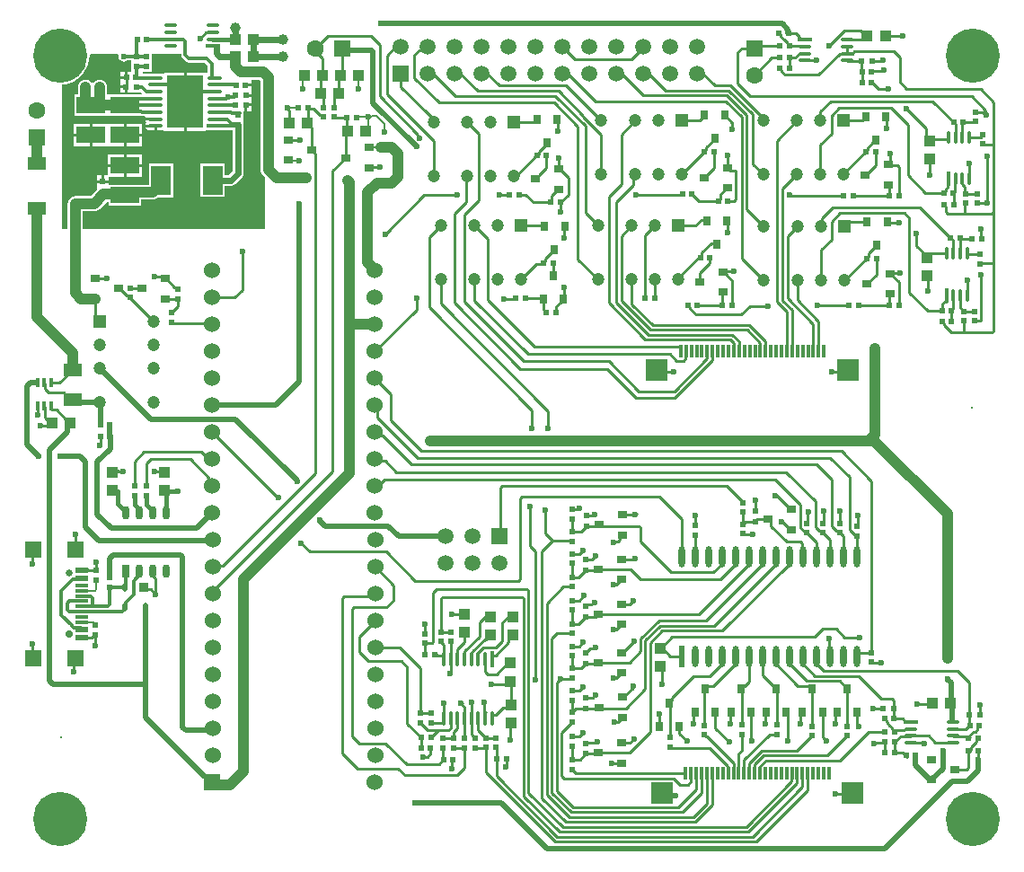
<source format=gtl>
G04*
G04 #@! TF.GenerationSoftware,Altium Limited,Altium Designer,20.2.7 (254)*
G04*
G04 Layer_Physical_Order=1*
G04 Layer_Color=255*
%FSLAX44Y44*%
%MOMM*%
G71*
G04*
G04 #@! TF.SameCoordinates,7D6B4F49-DC3A-4529-8959-06C9B6854153*
G04*
G04*
G04 #@! TF.FilePolarity,Positive*
G04*
G01*
G75*
%ADD12C,0.2540*%
%ADD13C,0.2000*%
%ADD15R,1.3000X0.6000*%
%ADD16R,1.3000X0.3000*%
%ADD17R,1.5000X1.5000*%
%ADD18R,0.6000X0.6000*%
%ADD19R,2.7000X1.6000*%
%ADD20R,0.6000X0.5500*%
%ADD21R,0.6000X0.6000*%
%ADD22R,0.5500X0.6000*%
%ADD23R,1.1000X1.0000*%
%ADD24R,0.4000X0.9000*%
%ADD25R,1.9050X2.7900*%
%ADD26O,1.5000X0.3500*%
%ADD27R,1.5000X0.3500*%
%ADD28R,3.4000X5.0000*%
%ADD29O,0.7000X1.3000*%
%ADD30R,0.7000X1.3000*%
%ADD31C,0.3000*%
%ADD32R,2.0000X2.0000*%
%ADD33R,0.3000X1.2000*%
%ADD34R,0.9000X0.8000*%
%ADD35R,0.8000X0.9000*%
%ADD36R,0.8800X0.8500*%
%ADD37O,0.5000X0.8500*%
%ADD38R,1.7600X1.3000*%
%ADD39R,1.8000X1.3000*%
%ADD40O,1.3500X0.3500*%
%ADD41R,1.3500X0.3500*%
%ADD42O,0.3500X1.3500*%
%ADD43R,0.3500X1.3500*%
%ADD44O,0.3500X1.5000*%
%ADD45R,0.3500X1.5000*%
%ADD46O,0.6000X2.0000*%
%ADD47R,0.6000X2.0000*%
%ADD48R,1.0000X1.1000*%
%ADD98C,0.3000*%
%ADD99C,0.6000*%
%ADD100C,0.4000*%
%ADD101C,0.3500*%
%ADD102C,1.0000*%
%ADD103C,0.5000*%
%ADD104C,0.3810*%
%ADD105C,0.7000*%
%ADD106C,0.6500*%
%ADD107C,5.1000*%
%ADD108C,1.2000*%
%ADD109R,1.2000X1.2000*%
%ADD110R,1.2000X1.2000*%
%ADD111C,1.5000*%
%ADD112R,1.5000X1.5000*%
%ADD113R,1.6000X1.6000*%
%ADD114C,1.6000*%
%ADD115R,1.6000X1.6000*%
%ADD116R,1.5240X1.5240*%
%ADD117C,1.5240*%
%ADD118C,0.6000*%
%ADD119C,1.0000*%
G36*
X154177Y760000D02*
X154468Y758537D01*
X155296Y757296D01*
X158296Y754296D01*
X159537Y753468D01*
X161000Y753177D01*
X176416D01*
X179177Y750416D01*
Y743519D01*
X178810Y743304D01*
X177540Y743540D01*
Y743540D01*
X159270D01*
Y716000D01*
Y688460D01*
X177540D01*
Y689500D01*
X185631D01*
X186000Y689427D01*
X202902D01*
Y651112D01*
X199136Y647345D01*
X195035D01*
Y658197D01*
X171985D01*
Y626297D01*
X195035D01*
Y637149D01*
X201247D01*
X203198Y637537D01*
X204852Y638643D01*
X211605Y645395D01*
X212710Y647049D01*
X213098Y649000D01*
Y694000D01*
X213000Y694492D01*
Y697730D01*
X213000Y699000D01*
X213000D01*
Y699000D01*
X213000D01*
Y707460D01*
X213730D01*
Y713000D01*
X215000D01*
Y714270D01*
X220540D01*
Y716460D01*
Y720730D01*
X215000D01*
Y723270D01*
X220540D01*
Y727540D01*
X220040D01*
Y730730D01*
X214500D01*
Y733270D01*
X220040D01*
Y736940D01*
X228076D01*
X228940Y736076D01*
Y652000D01*
X229180Y650173D01*
X229886Y648470D01*
X231008Y647008D01*
X233000Y645015D01*
Y596000D01*
X61060D01*
Y612940D01*
X72000D01*
X73827Y613180D01*
X75530Y613885D01*
X76992Y615008D01*
X83925Y621940D01*
X85500D01*
Y618000D01*
X116500D01*
Y623940D01*
X127000D01*
X128827Y624180D01*
X130530Y624885D01*
X131992Y626008D01*
X132035Y626050D01*
X146525D01*
Y657950D01*
X123475D01*
Y638060D01*
X104000D01*
X103541Y638000D01*
X85540D01*
Y639730D01*
X74460D01*
Y635460D01*
X75000D01*
Y632985D01*
X69075Y627060D01*
X67379D01*
X67000Y627110D01*
X66620Y627060D01*
X54380D01*
X54000Y627110D01*
X52173Y626870D01*
X50470Y626164D01*
X49008Y625042D01*
X47885Y623580D01*
X47180Y621877D01*
X46940Y620050D01*
X46943Y620025D01*
X46940Y620000D01*
Y596000D01*
X42000D01*
Y732509D01*
X44355Y732695D01*
X48564Y733705D01*
X52563Y735361D01*
X56254Y737623D01*
X59546Y740434D01*
X62357Y743726D01*
X64618Y747417D01*
X66275Y751416D01*
X67285Y755625D01*
X67625Y759940D01*
X67615Y760067D01*
X68477Y761000D01*
X94005D01*
X95047Y759730D01*
X94902Y759000D01*
X95290Y757049D01*
X96395Y755395D01*
X98049Y754290D01*
X100000Y753902D01*
X101951Y754290D01*
X103278Y755177D01*
X107250D01*
Y745233D01*
X107250Y744500D01*
X106067Y744290D01*
X103770D01*
Y739000D01*
X102500D01*
Y737730D01*
X96960D01*
Y735540D01*
X96460D01*
Y731270D01*
X102000D01*
Y730000D01*
X103270D01*
Y724460D01*
X107540D01*
Y725000D01*
X116440D01*
X117021Y724277D01*
X116492Y723073D01*
X101000D01*
X100631Y723000D01*
X85500D01*
X85500Y723000D01*
X84311Y723194D01*
Y729750D01*
X84070Y731577D01*
X83365Y733280D01*
X82242Y734742D01*
X81992Y734992D01*
X80530Y736115D01*
X78827Y736820D01*
X77000Y737060D01*
X75173Y736820D01*
X73470Y736115D01*
X72008Y734992D01*
X71271Y734033D01*
X71101Y733959D01*
X69899D01*
X69729Y734033D01*
X68992Y734992D01*
X67530Y736115D01*
X65827Y736820D01*
X64000Y737060D01*
X62173Y736820D01*
X60470Y736115D01*
X59008Y734992D01*
X57885Y733530D01*
X57180Y731827D01*
X56940Y730000D01*
Y723000D01*
X53500D01*
Y703000D01*
X84500D01*
Y703000D01*
X85500D01*
Y703000D01*
X114864D01*
X115287Y702718D01*
X116750Y702427D01*
X119468D01*
X120156Y701156D01*
X120129Y701020D01*
X130000D01*
Y698480D01*
X120129D01*
X120209Y698076D01*
X120597Y697496D01*
X121081Y696500D01*
X120597Y695504D01*
X120209Y694924D01*
X120129Y694520D01*
X130000D01*
Y693250D01*
X131270D01*
Y688876D01*
X135750D01*
X137190Y689162D01*
X138460Y688490D01*
Y688460D01*
X156730D01*
Y716000D01*
Y743540D01*
X138460D01*
Y742977D01*
X137213Y742282D01*
X135750Y742573D01*
X117398D01*
X117340Y742631D01*
X117475Y743384D01*
X118187Y744000D01*
X126000D01*
Y752730D01*
X126000Y754000D01*
X126000D01*
Y754000D01*
X126000D01*
Y761000D01*
X154177D01*
Y760000D01*
D02*
G37*
%LPC*%
G36*
X101230Y744290D02*
X96960D01*
Y740270D01*
X101230D01*
Y744290D01*
D02*
G37*
G36*
X100730Y728730D02*
X96460D01*
Y724460D01*
X100730D01*
Y728730D01*
D02*
G37*
G36*
X220540Y711730D02*
X216270D01*
Y707460D01*
X220540D01*
Y711730D01*
D02*
G37*
G36*
X128730Y691980D02*
X120129D01*
X120209Y691576D01*
X121157Y690157D01*
X122576Y689209D01*
X124250Y688876D01*
X128730D01*
Y691980D01*
D02*
G37*
G36*
X117040Y695540D02*
X102270D01*
Y686270D01*
X117040D01*
Y695540D01*
D02*
G37*
G36*
X67730D02*
X52960D01*
Y686270D01*
X67730D01*
Y695540D01*
D02*
G37*
G36*
X117040Y683730D02*
X102270D01*
Y674460D01*
X117040D01*
Y683730D01*
D02*
G37*
G36*
X99730Y695540D02*
X70270D01*
Y685000D01*
Y674460D01*
X99730D01*
Y685000D01*
Y695540D01*
D02*
G37*
G36*
X67730Y683730D02*
X52960D01*
Y674460D01*
X67730D01*
Y683730D01*
D02*
G37*
G36*
X117040Y666540D02*
X102270D01*
Y657270D01*
X117040D01*
Y666540D01*
D02*
G37*
G36*
X99730D02*
X84960D01*
Y657270D01*
X99730D01*
Y666540D01*
D02*
G37*
G36*
X117040Y654730D02*
X102270D01*
Y645460D01*
X117040D01*
Y654730D01*
D02*
G37*
G36*
X99730D02*
X84960D01*
Y646540D01*
X81270D01*
Y642270D01*
X85540D01*
Y645460D01*
X99730D01*
Y654730D01*
D02*
G37*
G36*
X78730Y646540D02*
X74460D01*
Y642270D01*
X78730D01*
Y646540D01*
D02*
G37*
%LPD*%
D12*
X54000Y294400D02*
X54100Y294300D01*
X54000Y294400D02*
Y308000D01*
X14000Y293056D02*
X14790Y293846D01*
X14000Y280000D02*
Y293056D01*
X53000Y190500D02*
X54100Y191600D01*
X53000Y179000D02*
Y190500D01*
X14000Y192300D02*
X14800Y191500D01*
X14000Y192300D02*
Y205000D01*
X73032Y203577D02*
Y213468D01*
X58700Y210800D02*
X60700D01*
X60675Y274750D02*
X60800Y274625D01*
X60675Y274750D02*
X63663D01*
X60800Y274625D02*
X73875D01*
X63663Y274750D02*
X65393Y276480D01*
X74000Y274500D02*
Y282000D01*
X73875Y274625D02*
X74000Y274500D01*
X559500Y92390D02*
X569764D01*
X514370Y598310D02*
X514870Y597810D01*
X135760Y367270D02*
X137470Y368980D01*
X71096Y212533D02*
X72032D01*
X60700Y210800D02*
X69363D01*
X71096Y212533D01*
X102250Y738750D02*
X102500Y739000D01*
X102250Y730250D02*
Y738750D01*
X102000Y730000D02*
X102250Y730250D01*
X215000Y722000D02*
X215500Y722500D01*
X223500D01*
X224000Y723000D01*
X183816Y781316D02*
X184000Y781500D01*
X177318Y781316D02*
X183816D01*
X172000Y775998D02*
X177318Y781316D01*
X340960Y721420D02*
Y770040D01*
X332690Y778310D02*
X340960Y770040D01*
X292260Y778310D02*
X332690D01*
X212000Y539000D02*
Y575000D01*
X204540Y531540D02*
X212000Y539000D01*
X183220Y531540D02*
X204540D01*
X859299Y680400D02*
X876786D01*
X804910Y734750D02*
X811430Y728230D01*
X605870Y201810D02*
X606870D01*
X193562Y278662D02*
X280493Y365593D01*
X280493Y667287D02*
X280493Y365593D01*
X277060Y670720D02*
X280493Y667287D01*
X16000Y451000D02*
X18500D01*
X25730Y418643D02*
Y428270D01*
X28770Y416730D02*
X32500Y413000D01*
X25730Y418643D02*
X27643Y416730D01*
X28770D01*
X30500Y411000D02*
X32500Y413000D01*
X49500Y463000D02*
X52000D01*
X45270Y416730D02*
X45770D01*
X32230Y425770D02*
X36230D01*
X45270Y416730D01*
X21000Y411000D02*
X30500D01*
X49000Y413000D02*
X49500D01*
X25000Y429000D02*
X25730Y428270D01*
X45770Y416730D02*
X49500Y413000D01*
X31500Y426500D02*
X32230Y425770D01*
X31500Y426500D02*
Y429000D01*
X18750Y421250D02*
Y428750D01*
X18500Y429000D02*
X18750Y428750D01*
Y421250D02*
X19000Y421000D01*
X207002Y415279D02*
Y415280D01*
X334000Y765000D02*
X335488Y763512D01*
X305660Y742510D02*
Y766310D01*
X340960Y721420D02*
X377195Y685185D01*
X648690Y604810D02*
X649500Y604000D01*
X644370Y604810D02*
X648690D01*
X658190Y582810D02*
X659000Y582000D01*
X653870Y582810D02*
X658190D01*
X644809Y573749D02*
X653870Y582810D01*
X622871Y550061D02*
X642530Y569720D01*
X644049D01*
X644809Y570480D02*
Y573749D01*
X644049Y569720D02*
X644809Y570480D01*
X642870Y555050D02*
X652000Y564180D01*
Y569940D01*
X63880Y376880D02*
X63948Y376948D01*
X29376Y442000D02*
X43204D01*
X49500Y433000D02*
X52000D01*
X44270Y438230D02*
X49500Y433000D01*
X44270Y438230D02*
Y440934D01*
X43204Y442000D02*
X44270Y440934D01*
X25000Y451000D02*
X25730Y450270D01*
Y445646D02*
Y450270D01*
Y445646D02*
X29376Y442000D01*
X39500Y451000D02*
X49500Y461000D01*
X31500Y451000D02*
X39500D01*
X76961Y392058D02*
X77670Y392767D01*
Y400350D01*
X86920Y400600D02*
X86920Y400600D01*
X75723Y431363D02*
X77300Y432940D01*
X129620Y251940D02*
X129620D01*
X118340Y258490D02*
X120332Y256498D01*
X125062D01*
X129620Y251940D01*
X127170Y269273D02*
Y273480D01*
Y269273D02*
X129620Y266823D01*
Y251940D02*
Y266823D01*
X821870Y553810D02*
X822370Y554310D01*
X831870D01*
X912350Y703340D02*
Y708220D01*
X902730Y706400D02*
X909290D01*
X912350Y703340D01*
X898990Y721580D02*
X912350Y708220D01*
X690180Y721580D02*
X898990D01*
X920000Y675900D02*
Y715848D01*
X837518Y728392D02*
X907455D01*
X920000Y715848D01*
X695960Y768500D02*
X718160D01*
X694160Y766700D02*
X695960Y768500D01*
X401340Y148570D02*
Y149460D01*
Y134340D02*
Y149460D01*
Y134340D02*
X401370Y134310D01*
X427370D02*
Y149770D01*
X427580Y149980D01*
X439950Y134730D02*
X440370Y134310D01*
X439950Y134730D02*
Y149930D01*
X420686Y134494D02*
X420870Y134310D01*
X420686Y134494D02*
Y145378D01*
X417810Y148254D02*
X420686Y145378D01*
X417810Y148254D02*
Y149190D01*
X419280D01*
X460240Y89360D02*
X460580Y89700D01*
Y96600D01*
X433870Y123900D02*
Y134310D01*
X284620Y321190D02*
Y321945D01*
X640570Y747610D02*
X656870Y731310D01*
X373870Y738310D02*
Y760310D01*
Y738310D02*
X396870Y715310D01*
X347870Y723310D02*
Y759710D01*
X287960Y710810D02*
Y721810D01*
X302460Y724310D02*
Y739310D01*
X578670Y756310D02*
X589470Y767110D01*
X525270Y756310D02*
X578670D01*
X513270Y768310D02*
X525270Y756310D01*
X373870Y760310D02*
X378613Y765053D01*
X347870Y759710D02*
X361170Y773010D01*
X280260Y766310D02*
X292260Y778310D01*
X775018Y611080D02*
X835500D01*
X840480Y536150D02*
Y606100D01*
X835500Y611080D02*
X840480Y606100D01*
Y536150D02*
X857730Y518900D01*
X846800Y580330D02*
Y591650D01*
X682380Y766700D02*
X694160D01*
X678390Y733370D02*
X690180Y721580D01*
X766340Y716780D02*
X862370D01*
X756644Y707084D02*
X766340Y716780D01*
X862370D02*
X883730Y695420D01*
X811430Y728230D02*
X820590D01*
X823498Y710039D02*
X838870Y694667D01*
X773791Y710039D02*
X823498D01*
X856069Y683630D02*
X859299Y680400D01*
X856069Y683630D02*
Y690861D01*
X837620Y709310D02*
X856069Y690861D01*
X838870Y646760D02*
Y694667D01*
X846800Y580330D02*
X856730Y570400D01*
X244950Y342830D02*
X245615D01*
X183240Y404540D02*
X244950Y342830D01*
X275010Y291780D02*
X347130D01*
X267020Y299770D02*
X275010Y291780D01*
X273560Y709749D02*
Y710720D01*
Y696720D02*
Y709749D01*
X183620Y277540D02*
X184742Y278662D01*
X193562D01*
X183620Y252140D02*
Y254690D01*
X296870Y367940D02*
Y651220D01*
X183620Y254690D02*
X296870Y367940D01*
X183220Y404540D02*
X183240D01*
X473420Y342302D02*
X474908Y343790D01*
X604910D01*
X473420Y265718D02*
Y342302D01*
X604910Y343790D02*
X625704Y322996D01*
X347130Y291780D02*
X374680Y264230D01*
X471932D02*
X473420Y265718D01*
X374680Y264230D02*
X471932D01*
X894382Y86310D02*
X895870Y87798D01*
X882870Y86310D02*
X894382D01*
X895870Y87798D02*
Y102830D01*
X446330Y167210D02*
Y168450D01*
Y167210D02*
X461270D01*
X463870Y169810D01*
X464870Y147810D02*
Y167810D01*
Y147310D02*
Y147810D01*
X462548Y144988D02*
X464870Y147310D01*
X450942Y138382D02*
X457548Y144988D01*
X462548D01*
X447313Y138382D02*
X450942D01*
X446870Y134310D02*
Y137939D01*
X447313Y138382D01*
X606870Y64185D02*
X608985Y62070D01*
X619930D01*
X623870Y72310D02*
X631369D01*
X618035Y78145D02*
X623870Y72310D01*
X631369D02*
X634390Y75331D01*
X569377Y92777D02*
X569764Y92390D01*
X336520Y480740D02*
X375870Y520090D01*
Y531316D01*
X346200Y591290D02*
X383220Y628310D01*
X281940Y706456D02*
Y706456D01*
X278647Y709749D02*
X281940Y706456D01*
X273560Y710720D02*
X274531Y709749D01*
X278647D01*
X287960Y701810D02*
Y702060D01*
X286480Y703540D02*
X287960Y702060D01*
X284855Y703540D02*
X286480D01*
X281940Y706456D02*
X284855Y703540D01*
X255290Y679990D02*
X265850D01*
X255060Y680220D02*
X255290Y679990D01*
X73000Y213500D02*
X73032Y213468D01*
Y203577D02*
X73065Y203545D01*
X454770Y306410D02*
Y352432D01*
X456258Y353920D02*
X667982D01*
X454770Y352432D02*
X456258Y353920D01*
X522378Y331777D02*
X528337D01*
X529158Y332598D01*
X625704Y287288D02*
Y322996D01*
X667982Y353920D02*
X683374Y338527D01*
X581999Y326981D02*
X582431D01*
X570377Y326777D02*
X581795D01*
X581999Y326981D01*
X582431D02*
X583260Y327810D01*
X586870Y301310D02*
Y314822D01*
Y301310D02*
X615870Y272310D01*
X339957Y353740D02*
X346027Y359810D01*
X743870Y309560D02*
Y309810D01*
X713994Y359810D02*
X737850Y335955D01*
X346027Y359810D02*
X713994D01*
X743870Y309810D02*
Y310060D01*
X737850Y314456D02*
Y335955D01*
X713730Y344780D02*
X715400D01*
X712060D02*
X713730D01*
X570877Y154777D02*
X579970Y163870D01*
Y165180D01*
X569877Y196777D02*
X580580Y207480D01*
Y207610D01*
X569377Y196777D02*
X569877D01*
X587030Y197833D02*
Y209935D01*
X576474Y187277D02*
X587030Y197833D01*
X547377Y187277D02*
X576474D01*
X604404Y227310D02*
X648927D01*
X587030Y209935D02*
X604404Y227310D01*
X591570Y162845D02*
Y208055D01*
X573035Y144310D02*
X591570Y162845D01*
X549344Y144310D02*
X573035D01*
X605825Y222310D02*
X656627D01*
X591570Y208055D02*
X605825Y222310D01*
X596110Y121993D02*
Y206175D01*
X576394Y102277D02*
X596110Y121993D01*
X547377Y102277D02*
X576394D01*
X607245Y217310D02*
X664327D01*
X596110Y206175D02*
X607245Y217310D01*
X569378Y284777D02*
X581167D01*
X581687Y285297D01*
X604370Y127310D02*
X604550Y127490D01*
Y138600D01*
X758370Y116650D02*
Y140310D01*
Y116650D02*
X761860Y113160D01*
X762740Y99770D02*
X781258Y118287D01*
X703160Y99770D02*
X762740D01*
X725350Y113670D02*
Y139330D01*
X724370Y140310D02*
X725350Y139330D01*
X623370Y120660D02*
X630750Y113280D01*
X623370Y120660D02*
Y127310D01*
X652420Y107010D02*
X669390Y90040D01*
X615170Y107010D02*
X652420D01*
X614870Y107310D02*
X615170Y107010D01*
X657370Y125750D02*
Y140310D01*
X670540Y112300D02*
Y112580D01*
X657370Y125750D02*
X670540Y112580D01*
X691370Y113530D02*
Y140310D01*
Y113530D02*
X691630Y113270D01*
X562532Y301722D02*
X565558D01*
X561870Y301060D02*
X562532Y301722D01*
X791370Y128680D02*
Y140310D01*
Y128680D02*
X792760Y127290D01*
X728370Y331810D02*
X728870D01*
X715400Y344780D02*
X728370Y331810D01*
X569374Y242278D02*
X576857D01*
X580140Y245560D01*
X570377Y154777D02*
X570877D01*
X569377Y111777D02*
X577027D01*
X580650Y115400D01*
X145100Y508440D02*
X146250Y507290D01*
X182070D01*
X183220Y506140D01*
X383220Y628310D02*
X413870D01*
X296870Y651220D02*
X308960Y663310D01*
X125900Y379320D02*
X162340D01*
X180790Y356170D02*
X183220Y353740D01*
X162340Y379320D02*
X180790Y360870D01*
Y356170D02*
Y360870D01*
X110470Y377240D02*
X119130Y385900D01*
X110470Y353980D02*
Y377240D01*
X119130Y385900D02*
X173040D01*
X121470Y353980D02*
Y374890D01*
X125900Y379320D01*
X173040Y385900D02*
X179800Y379140D01*
X183220D01*
X183210Y302530D02*
X183620Y302940D01*
X129100Y367270D02*
X135760D01*
X137470Y368980D02*
X138470Y367980D01*
X94470D02*
X95030Y367420D01*
X99640D01*
X330960Y653810D02*
X331420Y654270D01*
X341510D01*
X377195Y684349D02*
Y685185D01*
X378584Y682024D02*
Y682960D01*
X377195Y684349D02*
X378584Y682960D01*
X218350Y759880D02*
X219580Y758650D01*
X320190Y87240D02*
X358730D01*
X364830Y81140D01*
X305750Y101680D02*
X320190Y87240D01*
X364830Y81140D02*
X413800D01*
X336520Y455340D02*
X351650Y440210D01*
Y415601D02*
X380625Y386625D01*
X351650Y415601D02*
Y440210D01*
X380625Y386625D02*
X776555D01*
X338950Y418710D02*
X377240Y380420D01*
X765760D01*
X783870Y362310D01*
X776555Y386625D02*
X804870Y358310D01*
X356940Y367060D02*
X724120D01*
X336520Y379140D02*
X337892Y377768D01*
X346232D01*
X356940Y367060D01*
X336520Y404540D02*
X339957D01*
X343479Y401018D01*
X344082D01*
X370790Y374310D01*
X752870D01*
X338950Y418710D02*
Y427510D01*
X336520Y429940D02*
X338950Y427510D01*
X336520Y353740D02*
X339957D01*
X391660Y252923D02*
X395097Y256360D01*
X481330Y64850D02*
Y254872D01*
X395097Y256360D02*
X479842D01*
X481330Y254872D01*
X476790Y61390D02*
Y247802D01*
X475302Y249290D02*
X476790Y247802D01*
X398940D02*
X400428Y249290D01*
X398940Y216240D02*
Y247802D01*
X400428Y249290D02*
X475302D01*
X391660Y206928D02*
Y252923D01*
X409060Y233350D02*
X420670D01*
X421070Y233750D01*
X383550Y205440D02*
X390172D01*
X391660Y206928D01*
X383770Y214660D02*
Y223435D01*
X383990Y223655D01*
X383550Y214440D02*
X383770Y214660D01*
X383550Y194990D02*
X384000Y194540D01*
X383550Y194990D02*
Y205440D01*
X407870Y176830D02*
Y190310D01*
X407750Y176710D02*
X407870Y176830D01*
X398940Y216240D02*
X399030Y216330D01*
X408510D01*
X408600Y216420D01*
X401370Y193939D02*
Y204560D01*
Y190310D02*
Y193939D01*
X398940Y206990D02*
X401370Y204560D01*
X398940Y206990D02*
Y207240D01*
X393000Y194540D02*
X393158Y194382D01*
X407870Y190310D02*
X408054Y190494D01*
Y206874D01*
X408600Y207420D01*
X421070Y206440D02*
Y215750D01*
X414554Y199923D02*
X421070Y206440D01*
X414554Y190494D02*
Y199923D01*
X414370Y190310D02*
X414554Y190494D01*
X421054D02*
Y197814D01*
X420870Y190310D02*
X421054Y190494D01*
Y197814D02*
X435160Y211920D01*
X409100Y87650D02*
Y94490D01*
X410090Y95480D01*
X346790Y111340D02*
X366600Y91530D01*
X396890D02*
X400840Y95480D01*
X366600Y91530D02*
X396890D01*
X388818Y106218D02*
X389090Y106490D01*
X388818Y101418D02*
Y106218D01*
X386090Y98690D02*
X388818Y101418D01*
X382660Y98690D02*
X386090D01*
X382100Y98130D02*
X382660Y98690D01*
X400840Y95480D02*
X401090D01*
X321590Y111340D02*
X346790D01*
X315170Y117760D02*
X321590Y111340D01*
X315170Y117760D02*
Y237872D01*
X305750Y101680D02*
Y248422D01*
X361392Y188820D02*
X366870Y183342D01*
X322060Y197010D02*
X330250Y188820D01*
X361392D01*
X322060Y197010D02*
Y211880D01*
X336920Y226740D01*
X305750Y248422D02*
X307238Y249910D01*
X334690D02*
X336920Y252140D01*
X307238Y249910D02*
X334690D01*
X347550Y239360D02*
X354188Y245998D01*
X316658Y239360D02*
X347550D01*
X354188Y245998D02*
Y260272D01*
X315170Y237872D02*
X316658Y239360D01*
X336920Y277540D02*
X354188Y260272D01*
X379390Y139660D02*
Y182380D01*
X336920Y201340D02*
X360430D01*
X379390Y182380D01*
X366870Y129750D02*
Y183342D01*
X379990Y116630D02*
X380240D01*
X366870Y129750D02*
X379990Y116630D01*
X420870Y88210D02*
Y106810D01*
X413800Y81140D02*
X420870Y88210D01*
X379390Y139660D02*
X379465Y139735D01*
X389795D01*
X389870Y139810D01*
X379390Y130410D02*
Y130660D01*
Y130410D02*
X386260Y123540D01*
X396400D01*
X380090Y106490D02*
X380165Y106565D01*
Y116555D01*
X380240Y116630D01*
X400860Y95710D02*
X401090Y95480D01*
X400860Y95710D02*
Y106510D01*
X400630Y106740D02*
X400860Y106510D01*
X410870Y106670D02*
X410940Y106740D01*
X420800D01*
X420870Y106810D01*
X441270Y83910D02*
Y107250D01*
Y83910D02*
X506870Y18310D01*
X508450Y23310D02*
X692870D01*
X451580Y80180D02*
Y96600D01*
Y80180D02*
X508450Y23310D01*
X450920Y107320D02*
X451250Y106990D01*
Y96930D02*
Y106990D01*
Y96930D02*
X451580Y96600D01*
X431090Y106750D02*
X431340Y107000D01*
X441020D01*
X441270Y107250D01*
Y116250D02*
X441305Y116285D01*
X450885D01*
X450920Y116320D01*
X427370Y119720D02*
Y134310D01*
Y119720D02*
X431090Y116000D01*
Y115750D02*
Y116000D01*
X441270Y116250D02*
Y116500D01*
X433870Y123900D02*
X441270Y116500D01*
X400630Y115740D02*
X400665Y115705D01*
X410835D01*
X410870Y115670D01*
X405900Y123540D02*
X407870Y125510D01*
X396400Y123540D02*
X405900D01*
X407870Y125510D02*
Y134310D01*
X414186Y125406D02*
Y134126D01*
X410870Y115670D02*
Y122090D01*
X414186Y125406D01*
X389490Y116630D02*
X396400Y123540D01*
X389240Y116630D02*
X389490D01*
X420870Y115810D02*
Y134310D01*
X427370Y196320D02*
X428850Y197800D01*
Y198139D02*
X440061Y209350D01*
X441870Y209630D02*
Y212310D01*
X435160Y211920D02*
Y225600D01*
X428850Y197800D02*
Y198139D01*
X427370Y190310D02*
Y196320D01*
X440061Y209350D02*
X441590D01*
X441870Y209630D01*
X435160Y225600D02*
X440870Y231310D01*
X438508Y201297D02*
X450407D01*
X456420Y207310D02*
Y224860D01*
X450407Y201297D02*
X456420Y207310D01*
X462850Y206290D02*
Y211290D01*
X446870Y190310D02*
Y193902D01*
X447350Y194382D01*
X450942D01*
X462850Y206290D01*
X456420Y224860D02*
X462870Y231310D01*
X462850Y211290D02*
X463870Y212310D01*
X254060Y709784D02*
Y710720D01*
Y709784D02*
X255560Y708284D01*
Y695720D02*
Y708284D01*
X678390Y762710D02*
X682380Y766700D01*
X678390Y733370D02*
Y762710D01*
X831260Y734650D02*
X837518Y728392D01*
X831260Y734650D02*
Y757640D01*
X825410Y763490D02*
X831260Y757640D01*
X781660Y761500D02*
X786638D01*
X788628Y763490D01*
X825410D01*
X781660Y761500D02*
Y768000D01*
X920000Y564081D02*
Y613029D01*
Y675900D01*
X766870Y703119D02*
X773791Y710039D01*
X805410Y754750D02*
X814910D01*
X815160Y755000D01*
X805160Y754500D02*
X805410Y754750D01*
X767870Y616310D02*
X850070D01*
X872730Y629900D02*
X872980D01*
X855730D02*
X872730D01*
X838870Y646760D02*
X855730Y629900D01*
X766870Y586310D02*
Y602932D01*
X775018Y611080D01*
X818660Y778500D02*
X819308Y777852D01*
X834012D01*
X686790Y614389D02*
Y703609D01*
X682250Y568130D02*
Y701729D01*
X589750Y722230D02*
X668169D01*
X544870Y716310D02*
X667669D01*
X610610Y726770D02*
X670050D01*
X671930Y731310D02*
X702644Y700596D01*
Y698268D02*
Y700596D01*
X668169Y722230D02*
X686790Y703609D01*
X667669Y716310D02*
X682250Y701729D01*
X670050Y726770D02*
X692608Y704212D01*
Y657504D02*
Y704212D01*
X656870Y731310D02*
X671930D01*
X719890Y744396D02*
X722805Y741480D01*
X718160Y747500D02*
X718410D01*
X719890Y746020D01*
Y744396D02*
Y746020D01*
X726910Y768500D02*
X727160D01*
X717660Y780500D02*
X717910D01*
X719390Y777395D02*
Y779020D01*
X717910Y780500D02*
X719390Y779020D01*
Y777395D02*
X722265Y774520D01*
X722514D01*
X736377Y761316D02*
X741976D01*
X742160Y761500D01*
X736400Y768500D02*
X736900Y768000D01*
X742160D01*
X736680Y774980D02*
Y777290D01*
Y774980D02*
X737160Y774500D01*
X742160D01*
X764410Y768750D02*
X764410D01*
X781476Y761316D02*
X781660Y761500D01*
Y755000D02*
X781844Y754816D01*
X804660Y734500D02*
X804910Y734750D01*
X804660Y744500D02*
X804910Y744750D01*
X694160Y741300D02*
X710360Y757500D01*
X722514Y774520D02*
X725430Y771605D01*
Y769980D02*
X726910Y768500D01*
X725430Y769980D02*
Y771605D01*
X727160Y747500D02*
Y757500D01*
X710360D02*
X718160D01*
X727160D02*
X732561D01*
X736377Y761316D01*
X727160Y768500D02*
X736400D01*
X726660Y780500D02*
X733470D01*
X736680Y777290D01*
X814910Y744750D02*
X816106Y745946D01*
X804910Y744750D02*
X814910D01*
X795660Y734500D02*
Y744500D01*
X795410Y744750D02*
X795660Y744500D01*
X774736Y761316D02*
X781476D01*
X795160Y754500D02*
X795410Y754250D01*
X781844Y754816D02*
X794844D01*
X795160Y754500D01*
X779160Y783500D02*
X794660D01*
X799660Y778500D01*
X781660Y774500D02*
X795660D01*
X799660Y778500D01*
X754900Y741480D02*
X774736Y761316D01*
X795410Y744750D02*
Y754250D01*
X764410Y768750D02*
X779160Y783500D01*
X722805Y741480D02*
X754900D01*
X742160Y755000D02*
X752660D01*
X905370Y95890D02*
Y104310D01*
X905250Y95770D02*
X905370Y95890D01*
X906870Y138310D02*
Y147310D01*
X896870Y138310D02*
Y168560D01*
X886120Y179310D02*
X896870Y168560D01*
X759682Y179310D02*
X886120D01*
X904640Y126830D02*
X906120Y128310D01*
X904640Y124330D02*
Y126830D01*
X902640Y122330D02*
X904640Y124330D01*
X901015Y122330D02*
X902640D01*
X896370Y117684D02*
X901015Y122330D01*
X897120Y128310D02*
Y138060D01*
Y128310D02*
X897120Y128310D01*
X893620Y124810D02*
X897120Y128310D01*
X564370Y747610D02*
X589750Y722230D01*
X589770Y747610D02*
X610610Y726770D01*
X728370Y627810D02*
X777870D01*
X715870Y679494D02*
X734644Y698268D01*
X715870Y527310D02*
Y679494D01*
X721061Y633885D02*
X734644Y647468D01*
X725601Y530579D02*
Y589039D01*
X715870Y527310D02*
X724870Y518310D01*
X725601Y530579D02*
X749870Y506310D01*
X727870Y628310D02*
X728370Y627810D01*
X725601Y589039D02*
X734871Y598309D01*
X721061Y528699D02*
X729870Y519889D01*
X721061Y528699D02*
Y633885D01*
X589470Y767110D02*
Y768310D01*
X636870Y129310D02*
Y138810D01*
X569877Y307777D02*
X570377D01*
X567146Y305047D02*
X569877Y307777D01*
X567146Y303310D02*
Y305047D01*
X565558Y301722D02*
X567146Y303310D01*
X562423Y260507D02*
X564108D01*
X561870Y261060D02*
X562423Y260507D01*
X564108D02*
X569378Y265777D01*
X564407Y218310D02*
X569374Y223277D01*
X561620Y218310D02*
X564407D01*
X564322Y173222D02*
X568877Y177777D01*
X562532Y173222D02*
X564322D01*
X561870Y172560D02*
X562532Y173222D01*
X562620Y131060D02*
X565660D01*
X570377Y135777D01*
X724120Y367060D02*
X751870Y339310D01*
X752870Y374310D02*
X767318Y359862D01*
X549343Y316310D02*
X585382D01*
X548376Y317277D02*
X549343Y316310D01*
X585382D02*
X586870Y314822D01*
X694870Y330310D02*
Y340310D01*
X482870Y297310D02*
Y334290D01*
X542901Y326277D02*
X543409Y326786D01*
X779120Y211310D02*
X793870D01*
X758870Y219060D02*
X771370D01*
X779120Y211310D01*
X616620Y211560D02*
X751370D01*
X758870Y219060D01*
X606870Y201810D02*
X616620Y211560D01*
X625432Y193560D02*
X625704Y193288D01*
X615120Y193560D02*
X625432D01*
X606870Y201810D02*
X615120Y193560D01*
X804870Y196810D02*
Y358310D01*
X129100Y550940D02*
X137600D01*
X474644Y599268D02*
X494412D01*
X495370Y598310D01*
X859730Y646900D02*
Y661400D01*
X673620Y690310D02*
Y696060D01*
X666370Y703310D02*
X673620Y696060D01*
X484870Y408060D02*
Y425310D01*
X499870Y408060D02*
Y424310D01*
X766870Y686310D02*
Y703119D01*
X548377Y145277D02*
X549344Y144310D01*
X308960Y663310D02*
Y687310D01*
X387870Y522310D02*
Y588494D01*
Y522310D02*
X484870Y425310D01*
X398644Y525536D02*
Y548468D01*
Y525536D02*
X499870Y424310D01*
X555870Y464310D02*
X582870Y437310D01*
X411870Y526310D02*
X473870Y464310D01*
X555870D01*
X556870Y471310D02*
X584870Y443310D01*
X420870Y527310D02*
X476870Y471310D01*
X556870D01*
X411870Y526310D02*
Y610310D01*
X420870Y527310D02*
Y609310D01*
X480870Y478310D02*
X614870D01*
X430644Y528536D02*
Y548468D01*
Y528536D02*
X480870Y478310D01*
X442870Y529310D02*
Y587042D01*
Y529310D02*
X486870Y485310D01*
X624640D01*
X913730Y620900D02*
Y664900D01*
X905230Y620900D02*
X913730D01*
X917730Y610900D02*
Y610900D01*
X919859Y613029D01*
X892730Y610900D02*
X917730D01*
X906730Y563400D02*
X907411Y564081D01*
X920000D01*
Y500388D02*
Y564081D01*
X891730Y498900D02*
X918512D01*
X920000Y500388D01*
X892730Y619400D02*
X893730Y620400D01*
X892730Y610900D02*
Y619400D01*
X874960Y612388D02*
Y617420D01*
Y612388D02*
X876448Y610900D01*
X892730D01*
X910230Y675900D02*
X920000D01*
X904730Y620400D02*
X905230Y620900D01*
X907750Y509400D02*
Y552880D01*
X907730Y552900D02*
X907750Y552880D01*
X901730Y509400D02*
X907750D01*
X907980Y587150D02*
X908230Y586900D01*
X907980Y587150D02*
Y595650D01*
X907730Y595900D02*
X907980Y595650D01*
X777870Y627810D02*
X778370Y627310D01*
X582870Y628310D02*
X625370D01*
X626370Y629310D01*
X564330Y621770D02*
X580258Y637698D01*
Y645896D01*
X564330Y526429D02*
Y621770D01*
X689870Y523310D02*
X706870D01*
X681870Y515310D02*
X689870Y523310D01*
X631370Y524310D02*
X631620D01*
X633100Y522830D01*
Y521205D02*
Y522830D01*
Y521205D02*
X638996Y515310D01*
X681870D01*
X753870Y524310D02*
X783370D01*
X724870Y481310D02*
Y518310D01*
X640370Y524310D02*
X664370D01*
X673370D02*
Y547310D01*
X598710Y505470D02*
X689255D01*
X596250Y500930D02*
X687374D01*
X673335Y496390D02*
X679640Y490085D01*
X594370Y496390D02*
X673335D01*
X671454Y491850D02*
X674640Y488665D01*
X591330Y491850D02*
X671454D01*
X556870Y526310D02*
X591330Y491850D01*
X564330Y526429D02*
X594370Y496390D01*
X687374Y500930D02*
X699640Y488665D01*
X568870Y528310D02*
X596250Y500930D01*
X689255Y505470D02*
X704640Y490085D01*
X578871Y525309D02*
X598710Y505470D01*
X453870Y628310D02*
X463370D01*
X624870Y481310D02*
Y485080D01*
X624640Y485310D02*
X624870Y485080D01*
X515035Y78145D02*
X618035D01*
X535378Y111277D02*
X535894Y111794D01*
X545354D01*
X545870Y112310D01*
X522378Y117777D02*
X528938D01*
X532471Y121310D01*
X532870D01*
X535378Y154277D02*
X541901D01*
X543934Y156310D01*
X544870D01*
X522378Y160777D02*
X528938D01*
X532471Y164310D01*
X532870D01*
X535378Y196277D02*
X539749Y200648D01*
X544208D01*
X544870Y201310D01*
X522378Y202777D02*
X528938D01*
X532471Y206310D01*
X532870D01*
X535378Y240278D02*
X537108Y242008D01*
X540631D01*
X542934Y244310D01*
X543870D01*
X522378Y245777D02*
X528938D01*
X533471Y250310D01*
X533870D01*
X535378Y284277D02*
X540838D01*
X544870Y288310D01*
X522378Y289777D02*
X528938D01*
X532471Y293310D01*
X532870D01*
X536378Y326277D02*
X542901D01*
X817366Y122310D02*
X817370Y122306D01*
X801870Y122310D02*
X817366D01*
X705041Y95230D02*
X774790D01*
X801870Y122310D01*
X906870Y138310D02*
X906870Y138310D01*
X469216Y530423D02*
X469329Y530537D01*
X457983Y530423D02*
X469216D01*
X457870Y530310D02*
X457983Y530423D01*
X387870Y588494D02*
X398644Y599268D01*
X411870Y610310D02*
X422870Y621310D01*
X420870Y609310D02*
X434870Y623310D01*
X482870Y297310D02*
X487600Y292580D01*
Y171310D02*
Y292580D01*
X493870Y292310D02*
X503870Y302310D01*
X476790Y61390D02*
X510330Y27850D01*
X493870Y59310D02*
Y292310D01*
X481330Y64850D02*
X513790Y32390D01*
X493870Y59310D02*
X516250Y36930D01*
X507870Y168310D02*
X511870Y172310D01*
X507870Y66310D02*
Y168310D01*
X511870Y172310D02*
X521911D01*
X522378Y172778D01*
X496870Y309310D02*
Y331310D01*
Y309310D02*
X503870Y302310D01*
X137600Y550940D02*
X139100Y549440D01*
X73100D02*
X73600Y549940D01*
X84100D01*
X77670Y400350D02*
X77920Y400600D01*
X440370Y134310D02*
Y139810D01*
X440870Y140310D01*
X463870Y128810D02*
X464870Y129810D01*
X463870Y114310D02*
Y128810D01*
X605870Y182810D02*
X606870Y181810D01*
Y167310D02*
Y181810D01*
X636870Y138810D02*
X638370Y140310D01*
X671870Y139810D02*
X672370Y140310D01*
X671870Y129310D02*
Y139810D01*
X704870Y139810D02*
X705370Y140310D01*
X704870Y129310D02*
Y139810D01*
X737870Y138810D02*
X739370Y140310D01*
X737870Y129310D02*
Y138810D01*
X770870Y138810D02*
X772370Y140310D01*
X770870Y129310D02*
Y138810D01*
X785995Y63310D02*
X786870Y64185D01*
X770870Y63310D02*
X785995D01*
X638254Y316787D02*
X638562Y317095D01*
Y326002D01*
X638870Y326310D01*
X683378Y308777D02*
X683612Y308544D01*
X692636D01*
X692870Y308310D01*
X728370Y312810D02*
X728870D01*
X721532Y319648D02*
X728370Y312810D01*
X720532Y319648D02*
X721532D01*
X719870Y320310D02*
X720532Y319648D01*
X743870Y318810D02*
X744370Y319310D01*
Y328810D01*
X744870Y329310D01*
X758870Y318810D02*
X759370Y319310D01*
Y329810D01*
X759870Y330310D01*
X774870Y318810D02*
Y330310D01*
X774870Y330310D01*
X791254Y315788D02*
X791562Y316095D01*
Y326002D01*
X791870Y326310D01*
X765137Y193555D02*
X765404Y193288D01*
X765137Y193555D02*
Y210043D01*
X764870Y210310D02*
X765137Y210043D01*
X804870Y187810D02*
X805120Y187560D01*
X813620D01*
X813870Y187310D01*
X805870Y144310D02*
X815870D01*
X816372Y111808D02*
X816870Y112306D01*
X807368Y111808D02*
X816372D01*
X806870Y111310D02*
X807368Y111808D01*
X817120Y102556D02*
X817370Y102306D01*
X817120Y102556D02*
Y112056D01*
X816870Y112306D02*
X817120Y112056D01*
X841870Y111810D02*
X842054Y111626D01*
X854554D01*
X854870Y111310D01*
X859870Y148310D02*
X860870Y149310D01*
X847870Y148310D02*
X859870D01*
X602120Y462810D02*
X603620Y461310D01*
X617870D01*
X780620D02*
X782120Y462810D01*
X766870Y461310D02*
X780620D01*
X894730Y533400D02*
X894730Y533400D01*
X894730Y533400D02*
Y547900D01*
X856730Y551400D02*
X857730Y550400D01*
Y537900D02*
Y550400D01*
X819370Y603310D02*
X820370Y602310D01*
X830870D01*
X896730Y643400D02*
Y657900D01*
X896730Y657900D01*
X820870Y656810D02*
X821870Y657810D01*
Y667310D01*
X818143Y702269D02*
X818870Y701542D01*
Y691310D02*
Y701542D01*
X668870Y653810D02*
Y665310D01*
X668500Y604000D02*
X669000Y603500D01*
Y593000D02*
Y603500D01*
X664870Y555810D02*
X665370Y556310D01*
X674870D01*
X514370Y530310D02*
X514870Y530810D01*
Y541310D01*
Y587310D02*
Y597810D01*
X511370Y621310D02*
X511620Y621060D01*
Y612560D02*
Y621060D01*
Y612560D02*
X511870Y612310D01*
X509870Y652810D02*
X509870Y652810D01*
Y663310D01*
X508370Y699310D02*
X508870Y698810D01*
Y688310D02*
Y698810D01*
X463870Y168810D02*
X464870Y167810D01*
X440870Y231310D02*
X441870D01*
X393520Y194930D02*
X394549Y195959D01*
X400927Y194382D02*
X401370Y193939D01*
X393158Y194382D02*
X400927D01*
X414186Y134126D02*
X414370Y134310D01*
X389870Y130810D02*
X400927D01*
X401370Y131253D01*
Y134310D01*
X389870Y139810D02*
Y140060D01*
X388390Y141540D02*
X389870Y140060D01*
X423320Y213020D02*
X423590D01*
X462870Y231310D02*
X463870D01*
X435350Y198139D02*
X438508Y201297D01*
X433870Y190310D02*
Y196320D01*
X435350Y197800D01*
Y198139D01*
X440370Y178810D02*
X442818Y176362D01*
X462870Y187810D02*
X463870D01*
X451422Y176362D02*
X462870Y187810D01*
X442818Y176362D02*
X451422D01*
X440370Y178810D02*
Y190310D01*
X386570Y771982D02*
Y773010D01*
X379641Y765053D02*
X386570Y771982D01*
X378613Y765053D02*
X379641D01*
X73100Y513140D02*
X77300Y508940D01*
X106100Y531440D02*
Y531690D01*
X104620Y533170D02*
X106100Y531690D01*
X102370Y533170D02*
X104620D01*
X106100Y531190D02*
Y531440D01*
X95100Y539940D02*
X95600D01*
X128100Y508940D02*
Y509190D01*
X116600Y540440D02*
X117100Y539940D01*
X149244Y521834D02*
X149304D01*
X145100Y517690D02*
X149244Y521834D01*
X139600Y549440D02*
X147870Y541170D01*
X149620D01*
X139100Y549440D02*
X139600D01*
X73100Y513140D02*
Y530440D01*
X95600Y539940D02*
X102370Y533170D01*
X145100Y517440D02*
Y517690D01*
X139100Y530440D02*
X151100D01*
Y523630D02*
Y530440D01*
X149304Y521834D02*
X151100Y523630D01*
X106100Y540440D02*
X116600D01*
X149620Y541170D02*
X151100Y539690D01*
Y539440D02*
Y539690D01*
X106100Y531190D02*
X128100Y509190D01*
X507370Y517310D02*
Y523310D01*
X511140Y527080D01*
X510370Y652810D02*
X518870Y644310D01*
X509870Y652810D02*
X510370D01*
X511140Y527080D02*
X511640D01*
X514370Y529810D01*
Y530310D01*
X511370Y621310D02*
X511620D01*
X518870Y628560D01*
Y644310D01*
X668100Y552580D02*
Y553080D01*
X664870Y555810D02*
X665370D01*
X668100Y552580D02*
X673370Y547310D01*
X665370Y555810D02*
X668100Y553080D01*
X669370Y622310D02*
X675382D01*
X676870Y623798D01*
X676612Y651080D02*
X676870Y650822D01*
Y623798D02*
Y650822D01*
X668870Y653810D02*
X671600Y651080D01*
X676612D01*
X830370Y524310D02*
Y545810D01*
X822370Y553810D02*
X830370Y545810D01*
X821870Y553810D02*
X822370D01*
X830370Y627310D02*
Y654822D01*
X828882Y656310D02*
X830370Y654822D01*
X821370Y656310D02*
X828882D01*
X820870Y656810D02*
X821370Y656310D01*
X467871Y697309D02*
X487369D01*
X622871Y599309D02*
X638869D01*
X644370Y604810D01*
X778871Y598309D02*
X783872Y603310D01*
X800370D01*
X487369Y697309D02*
X489370Y699310D01*
X642868Y698308D02*
X647370Y702810D01*
X625871Y698308D02*
X642868D01*
X778644Y698268D02*
X795642D01*
X799143Y701769D01*
Y702269D01*
X647370Y702810D02*
Y703310D01*
X856730Y570400D02*
X859230Y572900D01*
X875230D01*
X876786Y680400D02*
X877230Y680843D01*
Y682900D01*
X695870Y18310D02*
X744620Y67060D01*
X506870Y18310D02*
X695870D01*
X739620Y70060D02*
Y82685D01*
X692870Y23310D02*
X739620Y70060D01*
X744620Y67060D02*
Y82685D01*
X431090Y106750D02*
X431090Y106750D01*
X783870Y312797D02*
Y362310D01*
X767318Y315988D02*
Y359862D01*
X495370Y520060D02*
Y530310D01*
Y520060D02*
X498120Y517310D01*
X498370D01*
X478329Y530537D02*
X495143D01*
X495370Y530310D01*
X504370Y552810D02*
Y564310D01*
Y552810D02*
X504870Y552310D01*
X474644Y548468D02*
X489006Y562830D01*
X493890D01*
X495370Y564310D01*
X504870Y575810D02*
Y576310D01*
X497100Y568040D02*
X504870Y575810D01*
X497100Y565790D02*
Y568040D01*
X495620Y564310D02*
X497100Y565790D01*
X495370Y564310D02*
X495620D01*
X308960Y687310D02*
X310460Y688810D01*
X277060Y670720D02*
Y691720D01*
X273060Y695720D02*
X277060Y691720D01*
X272560Y695720D02*
X273060D01*
X272560D02*
X273560Y696720D01*
X310460Y688810D02*
Y701310D01*
X297960Y701810D02*
X298210Y701560D01*
X310210D01*
X310460Y701310D01*
X297960Y710810D02*
Y720310D01*
X301960Y724310D01*
X302460D01*
X285460D02*
X287960Y721810D01*
X285460Y724310D02*
Y739310D01*
X287460Y741310D01*
X302460Y739310D02*
X304460Y741310D01*
X305660Y742510D01*
X287460Y741310D02*
Y756808D01*
X280260Y764008D02*
X287460Y756808D01*
X280260Y764008D02*
Y766310D01*
X502370Y621310D02*
X503430Y622370D01*
Y627870D01*
X509370Y633810D01*
X509870D01*
X485870Y621310D02*
X502370D01*
X472370Y628310D02*
X478870D01*
X485870Y621310D01*
X487870Y643310D02*
X488370D01*
X491100Y646040D01*
Y646540D01*
X498370Y653810D01*
Y665310D01*
X489120D02*
X489370D01*
X470319Y646509D02*
X489120Y665310D01*
X467871Y646509D02*
X470319D01*
X489370Y665310D02*
X489620D01*
X491100Y666790D01*
Y669040D01*
X498870Y676810D01*
Y677310D01*
X635370Y629310D02*
X642370Y622310D01*
X660620D01*
X662100Y623790D01*
Y628540D01*
X668370Y634810D01*
X668870D01*
X656370Y653310D02*
Y669310D01*
X647370Y644310D02*
X656370Y653310D01*
X646870Y644310D02*
X647370D01*
X625871Y648061D02*
X648600Y670790D01*
X625871Y647508D02*
Y648061D01*
X648600Y670790D02*
X649100D01*
X656870Y680810D02*
Y681310D01*
X649100Y673040D02*
X656870Y680810D01*
X649100Y670790D02*
Y673040D01*
X642870Y546310D02*
Y555050D01*
X622871Y548509D02*
Y550061D01*
X664370Y536310D02*
X664870Y536810D01*
X664370Y524310D02*
Y536310D01*
X792370Y524310D02*
X821370D01*
Y534310D02*
X821870Y534810D01*
X821370Y524310D02*
Y534310D01*
X809370Y553310D02*
Y568310D01*
X800370Y544310D02*
X809370Y553310D01*
X799870Y544310D02*
X800370D01*
X800120Y568310D02*
X800370D01*
X779319Y547509D02*
X800120Y568310D01*
X778871Y547509D02*
X779319D01*
X809870Y580810D02*
Y581310D01*
X802100Y573040D02*
X809870Y580810D01*
X802100Y569790D02*
Y573040D01*
X800620Y568310D02*
X802100Y569790D01*
X800370Y568310D02*
X800620D01*
X787370Y627310D02*
X821370D01*
Y637310D01*
X820870Y637810D02*
X821370Y637310D01*
X799120Y669310D02*
X799370D01*
X778644Y648834D02*
X799120Y669310D01*
X778644Y647468D02*
Y648834D01*
X808370Y656310D02*
Y669310D01*
X799370Y647310D02*
X808370Y656310D01*
X798870Y647310D02*
X799370D01*
X799370Y669310D02*
X799620D01*
X801100Y670790D01*
Y672414D01*
X805725Y677039D01*
X805913D01*
X808643Y679769D01*
Y680269D01*
X807870Y679496D02*
X808643Y680269D01*
X600620Y548259D02*
X600871Y548509D01*
X600620Y531561D02*
Y548259D01*
X600370Y531310D02*
X600620Y531561D01*
X591370Y531310D02*
Y589808D01*
X600871Y599309D01*
X881730Y629900D02*
X881980D01*
X883460Y631380D01*
X883546Y632868D02*
Y643216D01*
X883460Y631380D02*
Y632782D01*
X883546Y632868D01*
Y643216D02*
X883730Y643400D01*
X872980Y629900D02*
X874460Y631380D01*
Y633630D01*
X876750Y635920D01*
Y642920D01*
X877230Y643400D01*
X879855Y498900D02*
X891730D01*
X872960Y505796D02*
X879855Y498900D01*
X891730D02*
Y509400D01*
X871230Y508900D02*
X871480D01*
X872960Y507420D01*
Y505796D02*
Y507420D01*
X888230Y587400D02*
X888480Y587150D01*
X898980D01*
X899230Y586900D01*
X894730Y572843D02*
Y572900D01*
Y572843D02*
X895173Y572400D01*
X907730D01*
X881730Y572900D02*
Y585150D01*
X879480Y587400D02*
X881730Y585150D01*
X879230Y587400D02*
X879480D01*
X891730Y518400D02*
X901730D01*
X901730Y518400D01*
X888230Y522150D02*
Y533400D01*
Y522150D02*
X891730Y518650D01*
Y518400D02*
Y518650D01*
X900250Y519880D02*
X901730Y518400D01*
X900250Y519880D02*
Y520130D01*
X879980Y518900D02*
X880230Y518650D01*
Y508900D02*
Y518650D01*
Y518900D02*
X880250D01*
X881730Y520380D01*
Y533400D01*
X871230Y518900D02*
Y525460D01*
X873690Y527920D01*
X874750D01*
X875230Y528400D01*
Y533400D01*
X857730Y518900D02*
X871230D01*
X756871Y598309D02*
X757766Y599204D01*
Y606207D02*
X767870Y616310D01*
X757766Y599204D02*
Y606207D01*
X850070Y616310D02*
X878980Y587400D01*
X756871Y576311D02*
X766870Y586310D01*
X756871Y547509D02*
Y576311D01*
X878980Y587400D02*
X879230D01*
X909730Y676400D02*
X910230Y675900D01*
X756644Y647468D02*
Y676084D01*
X766870Y686310D01*
X756644Y698268D02*
Y707084D01*
X881980Y619150D02*
X882230Y618900D01*
X881980Y619150D02*
Y629650D01*
X881730Y629900D02*
X881980Y629650D01*
X873230Y618900D02*
X873480D01*
X874960Y617420D01*
X893730Y629400D02*
X904730D01*
X904730Y629400D01*
X892250Y630880D02*
X893730Y629400D01*
X892250Y630880D02*
Y636120D01*
X896730Y682900D02*
X907480D01*
X909730Y685150D01*
Y685400D01*
X890230Y638140D02*
X892250Y636120D01*
X890230Y638140D02*
Y643400D01*
X904730Y629400D02*
X904980Y629650D01*
X891230Y696900D02*
X891480Y697150D01*
X902480D01*
X902730Y697400D01*
X883730Y682900D02*
Y695420D01*
X890230Y682900D02*
X890414Y683084D01*
Y696084D01*
X891230Y696900D01*
X879980Y518900D02*
X880230D01*
X881546Y533216D02*
X881730Y533400D01*
X889230Y586900D02*
X889230Y586900D01*
X888230Y572900D02*
Y587400D01*
X818600Y131451D02*
Y132830D01*
Y131451D02*
X819600Y130451D01*
Y130205D02*
X821516Y128290D01*
X821761D02*
X823640Y126411D01*
X821516Y128290D02*
X821761D01*
X819600Y130205D02*
Y130451D01*
X823640Y124786D02*
Y126411D01*
Y124786D02*
X826120Y122306D01*
X813870Y153310D02*
X824382D01*
X825870Y144310D02*
Y151822D01*
X824382Y153310D02*
X825870Y151822D01*
X896870Y138310D02*
X896870Y138310D01*
X751522Y174770D02*
X792410D01*
X813870Y153310D01*
X898100Y105060D02*
Y107540D01*
X903640Y113080D01*
X895870Y102830D02*
X898100Y105060D01*
X903640Y114830D02*
X904636Y115826D01*
X903640Y113080D02*
Y114830D01*
X904636Y115826D02*
X904640D01*
X896370Y117306D02*
Y117684D01*
Y116310D02*
Y117306D01*
X897370D01*
X893870D02*
X896370D01*
X893050Y118126D02*
X893870Y117306D01*
X881554Y118126D02*
X893050D01*
X896870Y138310D02*
X897120Y138060D01*
X906120Y128310D02*
X906370D01*
X881370Y124810D02*
X893620D01*
X881370Y118310D02*
X881554Y118126D01*
X841870Y118310D02*
X858462D01*
X864962Y111810D01*
X881370D01*
X825870Y134310D02*
X833870D01*
X836870Y131310D01*
X841870D01*
X825870Y134310D02*
Y144310D01*
X825870Y144310D01*
X816870Y134310D02*
X817120D01*
X818600Y132830D01*
X826120Y122306D02*
X826370D01*
X827393Y123330D01*
X835130D01*
X836610Y124810D01*
X841870D01*
X826370Y102306D02*
X834120D01*
X838120Y98306D01*
X838370D01*
X826620Y112056D02*
X826870Y112306D01*
X826620Y102556D02*
Y112056D01*
X826370Y102306D02*
X826620Y102556D01*
X826870Y112306D02*
X832690Y118126D01*
X841686D01*
X841870Y118310D01*
X522378Y95777D02*
Y108778D01*
X535378Y101277D02*
X546377D01*
X547377Y102277D01*
X522378Y95777D02*
X529878D01*
X535378Y101277D01*
X535378Y144277D02*
X547378D01*
X548377Y145277D01*
X522376Y140529D02*
X526124Y144277D01*
X522374Y140527D02*
X522376Y140529D01*
Y151776D01*
X522374Y140278D02*
Y140527D01*
X526124Y144277D02*
X535378D01*
X522376Y151776D02*
X522378Y151777D01*
X535378Y186277D02*
X546377D01*
X547377Y187277D01*
X522378Y181777D02*
X530878D01*
X535378Y186277D01*
X522378Y181777D02*
Y193778D01*
X535378Y230278D02*
X544874D01*
X547374Y232778D01*
X522378Y223778D02*
X528878D01*
X535378Y230278D01*
X522378Y223778D02*
Y236777D01*
X536378Y316277D02*
X547377D01*
X548376Y317277D01*
X535378Y274277D02*
X546378D01*
X547378Y275277D01*
X522378Y267777D02*
X528878D01*
X535378Y274277D01*
X522378Y267777D02*
Y280777D01*
Y310777D02*
X530878D01*
X536378Y316277D01*
X522378Y310777D02*
Y322777D01*
X683374Y338278D02*
Y338527D01*
X638329Y287362D02*
X638404Y287288D01*
X638329Y287362D02*
Y307712D01*
X638254Y307787D02*
X638329Y307712D01*
X683378Y317777D02*
Y318027D01*
X684858Y319507D01*
X685108D01*
X685911Y320310D01*
X694870D01*
X683376Y317779D02*
X683378Y317777D01*
X683376Y317779D02*
Y329276D01*
X683374Y329277D02*
X683376Y329276D01*
X791254Y306787D02*
Y307038D01*
X789774Y308517D02*
X791254Y307038D01*
X788150Y308517D02*
X789774D01*
X783870Y312797D02*
X788150Y308517D01*
X767318Y315988D02*
X771766Y311540D01*
X773390D01*
X774870Y309810D02*
Y310060D01*
X773390Y311540D02*
X774870Y310060D01*
X758870Y309810D02*
Y310060D01*
X757390Y311540D02*
X758870Y310060D01*
X755766Y311540D02*
X757390D01*
X751870Y315436D02*
X755766Y311540D01*
X751870Y315436D02*
Y339310D01*
X742390Y311540D02*
X743870Y310060D01*
X740766Y311540D02*
X742390D01*
X737850Y314456D02*
X740766Y311540D01*
X696870Y322310D02*
X706870D01*
X694870Y320310D02*
X696870Y322310D01*
X774870Y309560D02*
Y309810D01*
Y309560D02*
X778104Y306326D01*
Y287288D02*
Y306326D01*
X743870Y309560D02*
X752704Y300726D01*
Y287288D02*
Y300726D01*
X758870Y309560D02*
Y309810D01*
Y309560D02*
X765329Y303101D01*
Y287362D02*
Y303101D01*
X739342Y287950D02*
Y299838D01*
Y287950D02*
X740004Y287288D01*
X737870Y301310D02*
X739342Y299838D01*
X724870Y301310D02*
X737870D01*
X710100Y316080D02*
X724870Y301310D01*
X752704Y186288D02*
X759682Y179310D01*
X740004Y186287D02*
X751522Y174770D01*
X743512Y170080D02*
X774600D01*
X781870Y162810D01*
Y162310D02*
Y162810D01*
X727304Y186287D02*
X743512Y170080D01*
X752704Y186288D02*
Y193288D01*
X740004Y186287D02*
Y193288D01*
X510330Y27850D02*
X688330D01*
X734390Y73910D01*
X516250Y36930D02*
X638331D01*
X513790Y32390D02*
X686450D01*
X729390Y75331D01*
X638331Y36930D02*
X654620Y53219D01*
X636451Y41470D02*
X649620Y54640D01*
X498790Y62390D02*
X519710Y41470D01*
X636451D01*
X729390Y75331D02*
Y82455D01*
X734390Y73910D02*
Y82455D01*
X699850Y90040D02*
X705041Y95230D01*
X734390Y82455D02*
X734620Y82685D01*
X699850Y82915D02*
Y90040D01*
X699620Y82685D02*
X699850Y82915D01*
X729390Y82455D02*
X729620Y82685D01*
X790804Y193288D02*
Y195212D01*
X792403Y196810D01*
X804870D01*
X613870Y149310D02*
X616600Y152040D01*
Y154040D02*
X636870Y174310D01*
X616600Y152040D02*
Y154040D01*
X636870Y174310D02*
X651827D01*
X613870Y149310D02*
X614870Y148310D01*
Y116810D02*
Y148310D01*
X727304Y280287D02*
Y287288D01*
X664327Y217310D02*
X727304Y280287D01*
X714604D02*
Y287288D01*
X656627Y222310D02*
X714604Y280287D01*
X701904D02*
Y287288D01*
X648927Y227310D02*
X701904Y280287D01*
X689204D02*
Y287288D01*
X641694Y232778D02*
X689204Y280287D01*
X547374Y232778D02*
X641694D01*
X547378Y275277D02*
X577902D01*
X586870Y266310D01*
X662527D01*
X676504Y280287D02*
Y287288D01*
X662527Y266310D02*
X676504Y280287D01*
X663804D02*
Y287288D01*
X655827Y272310D02*
X663804Y280287D01*
X615870Y272310D02*
X655827D01*
X710100Y316080D02*
Y319580D01*
X707370Y322310D02*
X710100Y319580D01*
X706870Y322310D02*
X707370D01*
X521846Y302310D02*
X522378Y301777D01*
X503870Y302310D02*
X521846D01*
X626935Y46375D02*
X644620Y64060D01*
X507870Y66310D02*
X523265Y50915D01*
X521384Y46375D02*
X626935D01*
X523265Y50915D02*
X622475D01*
X639620Y68060D01*
X503330Y64429D02*
X521384Y46375D01*
X644620Y64060D02*
Y82685D01*
X639620Y68060D02*
Y82685D01*
X654620Y53219D02*
Y82685D01*
X649620Y54640D02*
Y82685D01*
X514338Y258778D02*
X522378D01*
X498790Y243230D02*
X514338Y258778D01*
X498790Y62390D02*
Y243230D01*
X508338Y214778D02*
X522378D01*
X503330Y209770D02*
X508338Y214778D01*
X503330Y64429D02*
Y209770D01*
X512410Y80770D02*
X515035Y78145D01*
X512410Y121063D02*
X522374Y131028D01*
X512410Y80770D02*
Y121063D01*
X522374Y131028D02*
Y131278D01*
X634390Y82455D02*
X634620Y82685D01*
X634390Y75331D02*
Y82455D01*
X526221Y82685D02*
X629620D01*
X522378Y86528D02*
X526221Y82685D01*
X522378Y86528D02*
Y86777D01*
X684620Y82685D02*
Y95625D01*
X708782Y119788D02*
X715258D01*
X684620Y95625D02*
X708782Y119788D01*
X694850Y82915D02*
Y91460D01*
X689620Y82685D02*
Y92650D01*
X694850Y91460D02*
X703160Y99770D01*
X701280Y104310D02*
X734280D01*
X689620Y92650D02*
X701280Y104310D01*
X734280D02*
X746528Y116558D01*
X746778D02*
X748258Y118038D01*
X746528Y116558D02*
X746778D01*
X748258Y118038D02*
Y118287D01*
X649622Y117557D02*
X674620Y92560D01*
X648738Y117557D02*
X649622D01*
X674620Y82685D02*
Y92560D01*
X647258Y119038D02*
X648738Y117557D01*
X647258Y119038D02*
Y119288D01*
X694620Y82685D02*
X694850Y82915D01*
X682258Y103940D02*
Y119788D01*
X679620Y101302D02*
X682258Y103940D01*
X679620Y82685D02*
Y101302D01*
X669390Y82915D02*
X669620Y82685D01*
X669390Y82915D02*
Y90040D01*
X781258Y127288D02*
Y161698D01*
X781870Y162310D01*
X748258Y127288D02*
Y161698D01*
X748870Y162310D01*
X715258Y128787D02*
Y161922D01*
X714870Y162310D02*
X715258Y161922D01*
X682258Y128787D02*
Y161922D01*
X681870Y162310D02*
X682258Y161922D01*
X647258Y128287D02*
Y161698D01*
X647870Y162310D01*
X651827Y174310D02*
X663804Y186287D01*
X689204Y169645D02*
Y193288D01*
X681870Y162310D02*
Y162810D01*
X685100Y165540D02*
X689204Y169645D01*
X681870Y162810D02*
X684600Y165540D01*
X685100D01*
X650600D02*
X655757D01*
X665800Y175583D02*
X665800D01*
X655757Y165540D02*
X665800Y175583D01*
X647870Y162810D02*
X650600Y165540D01*
X647870Y162310D02*
Y162810D01*
X727304Y186287D02*
Y193288D01*
X748870Y162310D02*
Y162810D01*
X746140Y165540D02*
X748870Y162810D01*
X735352Y165540D02*
X746140D01*
X714604Y186287D02*
X735352Y165540D01*
X714604Y186287D02*
Y193288D01*
X714870Y162310D02*
Y162810D01*
X701904Y175776D02*
X714870Y162810D01*
X701904Y175776D02*
Y193288D01*
X665800Y175583D02*
X676504Y186287D01*
Y193288D01*
X663804Y186287D02*
Y193288D01*
X765329Y287362D02*
X765404Y287288D01*
X790804D02*
X791029Y287512D01*
Y306562D01*
X791254Y306787D01*
X385870Y705181D02*
Y705310D01*
X361170Y730010D02*
Y747610D01*
Y730010D02*
X385870Y705310D01*
X372121Y699060D02*
Y699060D01*
X347870Y723310D02*
X372121Y699060D01*
Y699060D02*
X391871Y679309D01*
Y697309D02*
Y699181D01*
X385870Y705181D02*
X391871Y699181D01*
X505494Y715310D02*
X527870Y692934D01*
X396870Y715310D02*
X505494D01*
X527870Y567510D02*
Y692934D01*
Y567510D02*
X546871Y548509D01*
X534870Y611310D02*
X546871Y599309D01*
X506870Y721310D02*
X534870Y693310D01*
Y611310D02*
Y693310D01*
X412870Y721310D02*
X506870D01*
X386570Y747610D02*
X412870Y721310D01*
X434870Y623310D02*
Y686310D01*
X422870Y621310D02*
Y644310D01*
X411970Y747610D02*
X433270Y726310D01*
X509870D02*
X532965Y703215D01*
X433270Y726310D02*
X509870D01*
X437370Y747610D02*
X453670Y731310D01*
X516869D01*
X549871Y698308D01*
X391871Y646509D02*
Y679309D01*
X549871Y647508D02*
Y685199D01*
X532965Y702104D02*
X549871Y685199D01*
X532965Y702104D02*
Y703215D01*
X513570Y747610D02*
X544870Y716310D01*
X682250Y568130D02*
X702871Y547509D01*
X686790Y614389D02*
X702871Y598309D01*
X692608Y657504D02*
X702644Y647468D01*
X729870Y481310D02*
Y519889D01*
X754870Y481310D02*
Y509310D01*
X734871Y529309D02*
Y547509D01*
Y529309D02*
X754870Y509310D01*
X749870Y481310D02*
Y506310D01*
X619415Y437310D02*
X654640Y472535D01*
X582870Y437310D02*
X619415D01*
X618994Y443310D02*
X649640Y473955D01*
X584870Y443310D02*
X618994D01*
X423871Y697309D02*
X434870Y686310D01*
X423871Y697309D02*
Y697309D01*
X614870Y478310D02*
X621140Y472040D01*
X654640Y481080D02*
X654870Y481310D01*
X654640Y472535D02*
Y481080D01*
X649640D02*
X649870Y481310D01*
X649640Y473955D02*
Y481080D01*
X629640D02*
X629870Y481310D01*
X629640Y473955D02*
Y481080D01*
X627724Y472040D02*
X629640Y473955D01*
X621140Y472040D02*
X627724D01*
X430644Y599268D02*
X442870Y587042D01*
X556870Y526310D02*
Y626310D01*
X674640Y481540D02*
Y488665D01*
X679640Y481540D02*
Y490085D01*
X674640Y481540D02*
X674870Y481310D01*
X556870Y626310D02*
X568870Y638310D01*
X580258Y645896D02*
X581871Y647508D01*
X568870Y685307D02*
X581871Y698308D01*
X568870Y638310D02*
Y685307D01*
Y528310D02*
Y589308D01*
X578871Y599309D01*
X679640Y481540D02*
X679870Y481310D01*
X699640Y481540D02*
X699870Y481310D01*
X704640Y481540D02*
Y490085D01*
X699640Y481540D02*
Y488665D01*
X578871Y525309D02*
Y548509D01*
X704640Y481540D02*
X704870Y481310D01*
D13*
X58625Y225250D02*
X72250D01*
X58625Y255250D02*
X72828D01*
X74000Y256422D01*
Y266049D01*
X330178Y699735D02*
X333400Y702956D01*
X255560Y660720D02*
X265060D01*
X255060Y661220D02*
X255560Y660720D01*
X71635Y221850D02*
Y222100D01*
X333400Y702956D02*
X337956D01*
X345460Y687310D02*
Y695452D01*
X327960Y688310D02*
X330178Y690527D01*
Y699735D01*
X337956Y702956D02*
X345460Y695452D01*
X254060Y710720D02*
X264560D01*
X330960Y672810D02*
X331460Y673310D01*
X341960D01*
X319460Y701310D02*
X319960Y701810D01*
X329460D01*
X329960Y702310D01*
X320960Y740810D02*
X321460Y741310D01*
X320960Y728310D02*
Y740810D01*
X268960Y739810D02*
X270460Y741310D01*
X268960Y728310D02*
Y739810D01*
D15*
X60700Y210800D02*
D03*
X60675Y266750D02*
D03*
X60700Y218800D02*
D03*
X60675Y274750D02*
D03*
D16*
X60625Y260250D02*
D03*
Y255250D02*
D03*
Y230250D02*
D03*
Y250250D02*
D03*
Y235250D02*
D03*
Y240250D02*
D03*
Y245250D02*
D03*
Y225250D02*
D03*
D17*
X14790Y293846D02*
D03*
X54100Y191600D02*
D03*
Y294300D02*
D03*
X14800Y191500D02*
D03*
D18*
X208000Y704000D02*
D03*
Y694000D02*
D03*
X80000Y631000D02*
D03*
Y641000D02*
D03*
X121000Y749000D02*
D03*
Y759000D02*
D03*
X536378Y326277D02*
D03*
Y316277D02*
D03*
X535378Y284277D02*
D03*
Y274277D02*
D03*
Y196277D02*
D03*
Y186277D02*
D03*
X535378Y240278D02*
D03*
Y230278D02*
D03*
Y111277D02*
D03*
Y101277D02*
D03*
X535378Y154277D02*
D03*
Y144277D02*
D03*
X694870Y330310D02*
D03*
Y320310D02*
D03*
D19*
X101000Y656000D02*
D03*
Y628000D02*
D03*
X69000Y713000D02*
D03*
Y685000D02*
D03*
X101000Y713000D02*
D03*
Y685000D02*
D03*
D20*
X111500Y739000D02*
D03*
X102500D02*
D03*
X205500Y732000D02*
D03*
X214500D02*
D03*
X112500Y775000D02*
D03*
X121500D02*
D03*
X401090Y95480D02*
D03*
X410090D02*
D03*
X380090Y106490D02*
D03*
X389090D02*
D03*
X319460Y701310D02*
D03*
X310460D02*
D03*
X264560Y710720D02*
D03*
X273560D02*
D03*
X795660Y744500D02*
D03*
X804660D02*
D03*
X726660Y780500D02*
D03*
X717660D02*
D03*
X795660Y734500D02*
D03*
X804660D02*
D03*
X718160Y747500D02*
D03*
X727160D02*
D03*
Y757500D02*
D03*
X718160D02*
D03*
X727160Y768500D02*
D03*
X718160D02*
D03*
X882230Y696900D02*
D03*
X891230D02*
D03*
X872730Y629900D02*
D03*
X881730D02*
D03*
X879230Y587400D02*
D03*
X888230D02*
D03*
X871230Y518900D02*
D03*
X880230D02*
D03*
X873230Y618900D02*
D03*
X882230D02*
D03*
X899230Y586900D02*
D03*
X908230D02*
D03*
X871230Y508900D02*
D03*
X880230D02*
D03*
X460580Y96600D02*
D03*
X451580D02*
D03*
X647370Y669310D02*
D03*
X656370D02*
D03*
X489370Y665310D02*
D03*
X498370D02*
D03*
X800370Y568310D02*
D03*
X809370D02*
D03*
X380240Y116630D02*
D03*
X389240D02*
D03*
X393000Y194540D02*
D03*
X384000D02*
D03*
X660370Y622310D02*
D03*
X669370D02*
D03*
X502370Y621310D02*
D03*
X511370D02*
D03*
X821370Y524310D02*
D03*
X830370D02*
D03*
X591370Y531310D02*
D03*
X600370D02*
D03*
X643500Y569000D02*
D03*
X652500D02*
D03*
X799370Y669310D02*
D03*
X808370D02*
D03*
X495370Y564310D02*
D03*
X504370D02*
D03*
X626370Y629310D02*
D03*
X635370D02*
D03*
X664370Y524310D02*
D03*
X673370D02*
D03*
X821370Y627310D02*
D03*
X830370D02*
D03*
X498370Y517310D02*
D03*
X507370D02*
D03*
X463370Y628310D02*
D03*
X472370D02*
D03*
X783370Y524310D02*
D03*
X792370D02*
D03*
X631370D02*
D03*
X640370D02*
D03*
X778370Y627310D02*
D03*
X787370D02*
D03*
X825870Y134310D02*
D03*
X816870D02*
D03*
X846370Y100310D02*
D03*
X837370D02*
D03*
X826370Y102306D02*
D03*
X817370D02*
D03*
X826370Y122306D02*
D03*
X817370D02*
D03*
X469329Y530537D02*
D03*
X478329D02*
D03*
X897370Y128310D02*
D03*
X906370D02*
D03*
X896370Y116310D02*
D03*
X905370D02*
D03*
X896370Y104310D02*
D03*
X905370D02*
D03*
X77920Y400600D02*
D03*
X86920D02*
D03*
X86920Y411600D02*
D03*
X77920D02*
D03*
D21*
X112000Y730000D02*
D03*
X102000D02*
D03*
X205000Y722000D02*
D03*
X215000D02*
D03*
X205000Y713000D02*
D03*
X215000D02*
D03*
X906870Y138310D02*
D03*
X896870D02*
D03*
X805160Y754500D02*
D03*
X795160D02*
D03*
X815870Y144310D02*
D03*
X825870D02*
D03*
X816870Y112306D02*
D03*
X826870D02*
D03*
D22*
X112000Y749500D02*
D03*
Y758500D02*
D03*
X410870Y106670D02*
D03*
Y115670D02*
D03*
X379390Y139660D02*
D03*
Y130660D02*
D03*
X441270Y116250D02*
D03*
Y107250D02*
D03*
X758870Y309810D02*
D03*
Y318810D02*
D03*
X774870Y309810D02*
D03*
Y318810D02*
D03*
X791254Y306787D02*
D03*
Y315788D02*
D03*
X804870Y196810D02*
D03*
Y187810D02*
D03*
X638254Y307787D02*
D03*
Y316787D02*
D03*
X743870Y318810D02*
D03*
Y309810D02*
D03*
X781258Y127288D02*
D03*
Y118287D02*
D03*
X748258Y127288D02*
D03*
Y118287D02*
D03*
X614870Y116810D02*
D03*
Y107810D02*
D03*
X715258Y128787D02*
D03*
Y119788D02*
D03*
X647258Y128287D02*
D03*
Y119288D02*
D03*
X682258Y128787D02*
D03*
Y119788D02*
D03*
X86300Y267570D02*
D03*
Y258570D02*
D03*
X73000Y213500D02*
D03*
Y222500D02*
D03*
X74000Y265500D02*
D03*
Y274500D02*
D03*
X420870Y106810D02*
D03*
Y115810D02*
D03*
X297960Y710810D02*
D03*
Y701810D02*
D03*
X287960Y710810D02*
D03*
Y701810D02*
D03*
X400630Y106740D02*
D03*
Y115740D02*
D03*
X902730Y697400D02*
D03*
Y706400D02*
D03*
X909730Y676400D02*
D03*
Y685400D02*
D03*
X906730Y563400D02*
D03*
Y572400D02*
D03*
X893730Y620400D02*
D03*
Y629400D02*
D03*
X891730Y509400D02*
D03*
Y518400D02*
D03*
X904730Y629400D02*
D03*
Y620400D02*
D03*
X901730Y518400D02*
D03*
Y509400D02*
D03*
X383550Y214440D02*
D03*
Y205440D02*
D03*
X398940Y207240D02*
D03*
Y216240D02*
D03*
X121470Y353980D02*
D03*
Y344980D02*
D03*
X389870Y139810D02*
D03*
Y130810D02*
D03*
X110470Y353980D02*
D03*
Y344980D02*
D03*
X408600Y207420D02*
D03*
Y216420D02*
D03*
X431090Y115750D02*
D03*
Y106750D02*
D03*
X450920Y116320D02*
D03*
Y107320D02*
D03*
X522378Y331777D02*
D03*
Y322777D02*
D03*
Y310777D02*
D03*
Y301777D02*
D03*
Y289777D02*
D03*
Y280777D02*
D03*
Y267777D02*
D03*
Y258778D02*
D03*
Y202777D02*
D03*
Y193778D02*
D03*
Y181777D02*
D03*
Y172778D02*
D03*
X522378Y245777D02*
D03*
Y236777D02*
D03*
Y223778D02*
D03*
Y214778D02*
D03*
X522378Y117777D02*
D03*
Y108778D02*
D03*
Y95777D02*
D03*
Y86777D02*
D03*
X145100Y508440D02*
D03*
Y517440D02*
D03*
X522378Y160777D02*
D03*
Y151777D02*
D03*
X522374Y140278D02*
D03*
Y131278D02*
D03*
X683378Y308777D02*
D03*
Y317777D02*
D03*
X683374Y329277D02*
D03*
Y338278D02*
D03*
X106100Y531440D02*
D03*
Y540440D02*
D03*
X151100Y530440D02*
D03*
Y539440D02*
D03*
D23*
X49500Y413000D02*
D03*
X32500D02*
D03*
X817660Y778500D02*
D03*
X800660D02*
D03*
X310960Y688310D02*
D03*
X327960D02*
D03*
X272560Y695720D02*
D03*
X255560D02*
D03*
X302460Y724310D02*
D03*
X285460D02*
D03*
X270460Y741310D02*
D03*
X287460D02*
D03*
X321460Y741310D02*
D03*
X304460D02*
D03*
X861870Y149310D02*
D03*
X878870D02*
D03*
X205000Y759000D02*
D03*
X222000D02*
D03*
X205000Y774500D02*
D03*
X222000D02*
D03*
D24*
X18500Y451000D02*
D03*
X25000D02*
D03*
X31500D02*
D03*
X18500Y429000D02*
D03*
X25000D02*
D03*
X31500D02*
D03*
D25*
X135000Y642000D02*
D03*
X183510Y642247D02*
D03*
D26*
X186000Y712750D02*
D03*
Y719250D02*
D03*
Y699750D02*
D03*
Y706250D02*
D03*
Y738750D02*
D03*
Y725750D02*
D03*
Y732250D02*
D03*
X130000Y738750D02*
D03*
Y732250D02*
D03*
Y719250D02*
D03*
Y725750D02*
D03*
Y712750D02*
D03*
Y699750D02*
D03*
Y706250D02*
D03*
Y693250D02*
D03*
D27*
X186000D02*
D03*
D28*
X158000Y716000D02*
D03*
D29*
X139870Y328480D02*
D03*
X127170D02*
D03*
X114470D02*
D03*
X101770D02*
D03*
X139870Y273480D02*
D03*
X127170D02*
D03*
X114470D02*
D03*
D30*
X101770D02*
D03*
D31*
X899200Y427980D02*
D03*
X41030Y116800D02*
D03*
D32*
X602120Y462810D02*
D03*
X782120D02*
D03*
X606870Y64185D02*
D03*
X786870D02*
D03*
D33*
X759870Y481310D02*
D03*
X754870D02*
D03*
X749870D02*
D03*
X744870D02*
D03*
X739870D02*
D03*
X734870D02*
D03*
X729870D02*
D03*
X714870D02*
D03*
X709870D02*
D03*
X704870D02*
D03*
X699870D02*
D03*
X684870D02*
D03*
X679870D02*
D03*
X674870D02*
D03*
X669870D02*
D03*
X664870D02*
D03*
X659870D02*
D03*
X654870D02*
D03*
X649870D02*
D03*
X644870D02*
D03*
X639870D02*
D03*
X634870D02*
D03*
X629870D02*
D03*
X624870D02*
D03*
X694870D02*
D03*
X689870D02*
D03*
X724870D02*
D03*
X719870D02*
D03*
X764620Y82685D02*
D03*
X759620D02*
D03*
X754620D02*
D03*
X749620D02*
D03*
X744620D02*
D03*
X739620D02*
D03*
X734620D02*
D03*
X719620D02*
D03*
X714620D02*
D03*
X709620D02*
D03*
X704620D02*
D03*
X689620D02*
D03*
X684620D02*
D03*
X679620D02*
D03*
X674620D02*
D03*
X669620D02*
D03*
X664620D02*
D03*
X659620D02*
D03*
X654620D02*
D03*
X649620D02*
D03*
X644620D02*
D03*
X639620D02*
D03*
X634620D02*
D03*
X629620D02*
D03*
X699620D02*
D03*
X694620D02*
D03*
X729620D02*
D03*
X724620D02*
D03*
D34*
X668870Y653810D02*
D03*
X646870Y644310D02*
D03*
X668870Y634810D02*
D03*
X509870Y652810D02*
D03*
X487870Y643310D02*
D03*
X509870Y633810D02*
D03*
X821870Y553810D02*
D03*
X799870Y544310D02*
D03*
X821870Y534810D02*
D03*
X664870Y555810D02*
D03*
X642870Y546310D02*
D03*
X664870Y536810D02*
D03*
X820870Y656810D02*
D03*
X798870Y647310D02*
D03*
X820870Y637810D02*
D03*
X139100Y549440D02*
D03*
X117100Y539940D02*
D03*
X139100Y530440D02*
D03*
X330960Y672810D02*
D03*
X308960Y663310D02*
D03*
X330960Y653810D02*
D03*
X255060Y661220D02*
D03*
X277060Y670720D02*
D03*
X255060Y680220D02*
D03*
X860870Y76810D02*
D03*
X882870Y86310D02*
D03*
X860870Y95810D02*
D03*
X569378Y284777D02*
D03*
X547378Y275277D02*
D03*
X569378Y265777D02*
D03*
X569377Y196777D02*
D03*
X547377Y187277D02*
D03*
X569377Y177777D02*
D03*
X570377Y326777D02*
D03*
X548376Y317277D02*
D03*
X570377Y307777D02*
D03*
X569374Y242278D02*
D03*
X547374Y232778D02*
D03*
X569374Y223277D02*
D03*
X569377Y111777D02*
D03*
X547377Y102277D02*
D03*
X569377Y92777D02*
D03*
X570377Y154777D02*
D03*
X548377Y145277D02*
D03*
X570377Y135777D02*
D03*
X728870Y331810D02*
D03*
X706870Y322310D02*
D03*
X728870Y312810D02*
D03*
X73100Y530440D02*
D03*
X95100Y539940D02*
D03*
X73100Y549440D02*
D03*
D35*
X514370Y530310D02*
D03*
X504870Y552310D02*
D03*
X495370Y530310D02*
D03*
X623370Y127310D02*
D03*
X613870Y149310D02*
D03*
X604370Y127310D02*
D03*
X791370Y140310D02*
D03*
X781870Y162310D02*
D03*
X772370Y140310D02*
D03*
X758370D02*
D03*
X748870Y162310D02*
D03*
X739370Y140310D02*
D03*
X657370D02*
D03*
X647870Y162310D02*
D03*
X638370Y140310D02*
D03*
X724370D02*
D03*
X714870Y162310D02*
D03*
X705370Y140310D02*
D03*
X691370D02*
D03*
X681870Y162310D02*
D03*
X672370Y140310D02*
D03*
X647370Y703310D02*
D03*
X656870Y681310D02*
D03*
X666370Y703310D02*
D03*
X489370Y699310D02*
D03*
X498870Y677310D02*
D03*
X508370Y699310D02*
D03*
X800370Y603310D02*
D03*
X809870Y581310D02*
D03*
X819370Y603310D02*
D03*
X649500Y604000D02*
D03*
X659000Y582000D02*
D03*
X668500Y604000D02*
D03*
X799143Y702269D02*
D03*
X808643Y680269D02*
D03*
X818143Y702269D02*
D03*
X496500Y599000D02*
D03*
X506000Y577000D02*
D03*
X515500Y599000D02*
D03*
D36*
X118340Y258490D02*
D03*
D37*
X101340D02*
D03*
X120340Y239490D02*
D03*
X101340D02*
D03*
D38*
X18000Y615400D02*
D03*
Y658000D02*
D03*
D39*
X52000Y435000D02*
D03*
Y463000D02*
D03*
D40*
X781660Y774500D02*
D03*
Y768000D02*
D03*
Y761500D02*
D03*
Y755000D02*
D03*
X742160D02*
D03*
Y761500D02*
D03*
Y768000D02*
D03*
X881370Y131310D02*
D03*
Y124810D02*
D03*
Y118310D02*
D03*
Y111810D02*
D03*
X841870D02*
D03*
Y118310D02*
D03*
Y124810D02*
D03*
X144500Y768500D02*
D03*
Y775000D02*
D03*
Y781500D02*
D03*
Y788000D02*
D03*
X184000D02*
D03*
Y781500D02*
D03*
Y775000D02*
D03*
D41*
X742160Y774500D02*
D03*
X841870Y131310D02*
D03*
X184000Y768500D02*
D03*
D42*
X877230Y682900D02*
D03*
X883730D02*
D03*
X890230D02*
D03*
X896730D02*
D03*
Y643400D02*
D03*
X890230D02*
D03*
X883730D02*
D03*
X875230Y572900D02*
D03*
X881730D02*
D03*
X888230D02*
D03*
X894730D02*
D03*
Y533400D02*
D03*
X888230D02*
D03*
X881730D02*
D03*
D43*
X877230Y643400D02*
D03*
X875230Y533400D02*
D03*
D44*
X446870Y134310D02*
D03*
X440370D02*
D03*
X433870D02*
D03*
X427370D02*
D03*
X420870D02*
D03*
X414370D02*
D03*
X407870D02*
D03*
Y190310D02*
D03*
X414370D02*
D03*
X420870D02*
D03*
X427370D02*
D03*
X433870D02*
D03*
X440370D02*
D03*
X401370Y134310D02*
D03*
Y190310D02*
D03*
D45*
X446870D02*
D03*
D46*
X714604Y287288D02*
D03*
X727304D02*
D03*
X676504D02*
D03*
X778104D02*
D03*
X790804D02*
D03*
X765404D02*
D03*
X740004D02*
D03*
X752704D02*
D03*
X663804D02*
D03*
X638404D02*
D03*
X651104D02*
D03*
X625704D02*
D03*
X778104Y193288D02*
D03*
X752704D02*
D03*
X765404D02*
D03*
X790804D02*
D03*
X651104D02*
D03*
X701904D02*
D03*
X689204D02*
D03*
X663804D02*
D03*
X676504D02*
D03*
X638404D02*
D03*
X740004D02*
D03*
X727304D02*
D03*
X714604D02*
D03*
X701904Y287288D02*
D03*
X689204D02*
D03*
D47*
X625704Y193288D02*
D03*
D48*
X605870Y183810D02*
D03*
Y200810D02*
D03*
X859730Y662400D02*
D03*
Y679400D02*
D03*
X856730Y552400D02*
D03*
Y569400D02*
D03*
X89470Y349980D02*
D03*
Y366980D02*
D03*
X138470Y349980D02*
D03*
Y366980D02*
D03*
X464870Y147810D02*
D03*
Y130810D02*
D03*
X421070Y215750D02*
D03*
Y232750D02*
D03*
X463870Y169810D02*
D03*
Y186810D02*
D03*
X466580Y213440D02*
D03*
Y230440D02*
D03*
X445320Y213580D02*
D03*
Y230580D02*
D03*
D98*
X59250Y220250D02*
X60700Y218800D01*
X41000Y232000D02*
X50625Y222375D01*
X51708Y265707D02*
X59633D01*
X47000Y237007D02*
Y243493D01*
X70625Y240250D02*
Y248493D01*
X52675Y220250D02*
X59250D01*
X41000Y232000D02*
Y255000D01*
X59633Y265707D02*
X60675Y266750D01*
X58625Y250250D02*
X68868D01*
X50625Y222300D02*
X52675Y220250D01*
X41000Y255000D02*
X51708Y265707D01*
X47000Y237007D02*
X48757Y235250D01*
X47000Y243493D02*
X48757Y245250D01*
X50625Y222300D02*
Y222375D01*
X48757Y235250D02*
X58625D01*
X48757Y245250D02*
X58625D01*
Y240250D02*
X70625D01*
X68868Y250250D02*
X70625Y248493D01*
Y240250D02*
X84543D01*
X86300Y242007D01*
Y258570D01*
X86050Y258070D02*
X100920D01*
X101723Y241082D02*
Y244223D01*
X100957Y241082D02*
X101723D01*
X100957Y237899D02*
Y241082D01*
X58625Y235250D02*
X98309D01*
X100957Y237899D01*
X100920Y258070D02*
X101555Y258705D01*
X101723Y244223D02*
X109060Y251560D01*
Y264473D02*
X114470Y269883D01*
X109060Y251560D02*
Y264473D01*
X101555Y258705D02*
Y273265D01*
X114470Y269883D02*
Y273480D01*
X101555Y273265D02*
X101770Y273480D01*
D99*
X222500Y759000D02*
X250000D01*
X222500Y774500D02*
X250000D01*
X222000Y759500D02*
Y774500D01*
X205000Y775000D02*
Y785000D01*
Y774500D02*
Y775000D01*
X190000Y759000D02*
X205000D01*
X187000Y762000D02*
X190000Y759000D01*
X187000Y762000D02*
Y767000D01*
X183510Y642247D02*
X201247D01*
X208000Y693250D02*
Y694000D01*
Y649000D02*
Y693250D01*
X201247Y642247D02*
X208000Y649000D01*
D100*
X205000Y775000D02*
X205500D01*
X184000D02*
X205000D01*
X205500D02*
X206610Y776110D01*
D101*
X112000Y759000D02*
X121000D01*
X100000D02*
X112000D01*
X101000Y719250D02*
X130000D01*
X101000Y712750D02*
X130000D01*
X101000Y707000D02*
X116000D01*
X183000Y738750D02*
X183000Y738750D01*
X183000Y738750D02*
Y752000D01*
X183000Y738750D02*
X186000D01*
X178000Y757000D02*
X183000Y752000D01*
X161000Y757000D02*
X178000D01*
X100750Y713250D02*
X101000Y713000D01*
X77250Y713250D02*
X100750D01*
X69000Y713000D02*
X77250D01*
X186000Y712750D02*
X205000D01*
X204000Y721000D02*
X205000Y722000D01*
X197988Y721000D02*
X204000D01*
X186000Y719250D02*
X196238D01*
X197988Y721000D01*
X112000Y759000D02*
Y774500D01*
Y758500D02*
Y759000D01*
X171250Y725750D02*
X186000D01*
Y732250D02*
X205000D01*
X144500Y775000D02*
X156000D01*
X158000Y773000D01*
Y760000D02*
Y773000D01*
Y760000D02*
X161000Y757000D01*
X121500Y775000D02*
X144500D01*
X112000Y774500D02*
X112500Y775000D01*
X112000Y749000D02*
X121000D01*
X112000D02*
Y749500D01*
Y738750D02*
Y749000D01*
Y738750D02*
X130000D01*
Y732250D02*
X144750D01*
X112000Y730000D02*
X117000D01*
X121250Y725750D01*
X130000D01*
X116000Y707000D02*
X116750Y706250D01*
X130000D01*
X186000Y693250D02*
X208000D01*
X202000Y695000D02*
X208000D01*
X197250Y699750D02*
X202000Y695000D01*
Y705000D02*
X209000D01*
X200750Y706250D02*
X202000Y705000D01*
X186000Y699750D02*
X197250D01*
X186000Y706250D02*
X200750D01*
D102*
X54000Y620000D02*
X72000D01*
X77250Y713000D02*
X101000D01*
X210000Y744000D02*
X231000D01*
X205000Y749000D02*
X210000Y744000D01*
X236000Y652000D02*
Y739000D01*
X231000Y744000D02*
X236000Y739000D01*
Y652000D02*
X243890Y644110D01*
X205000Y749000D02*
Y759000D01*
X77000Y730000D02*
X77250Y729750D01*
Y713250D02*
Y729750D01*
X64000Y718000D02*
Y730000D01*
Y718000D02*
X69000Y713000D01*
X18000Y598000D02*
Y612241D01*
Y583000D02*
Y598000D01*
Y513510D02*
Y583000D01*
Y659300D02*
Y682300D01*
X81000Y629000D02*
X94242D01*
X101000Y628000D02*
X104000Y631000D01*
X127000D02*
X134000Y638000D01*
X104000Y631000D02*
X127000D01*
X54000Y536298D02*
Y620000D01*
X72000D02*
X81000Y629000D01*
X18000Y513510D02*
X52000Y479510D01*
X243890Y644110D02*
X272223D01*
X52000Y463000D02*
Y479510D01*
X59858Y530440D02*
X73100D01*
X54000Y536298D02*
X59858Y530440D01*
X183220Y74340D02*
X185618Y71942D01*
X312380Y365480D02*
Y506600D01*
X312840Y506140D02*
X336520D01*
X185618Y71942D02*
X199982D01*
X206742Y78620D02*
X212600Y84478D01*
X312380Y506600D02*
X312840Y506140D01*
X199982Y71942D02*
X206660Y78620D01*
X212600Y84478D02*
Y265700D01*
X206660Y78620D02*
X206742D01*
X212600Y265700D02*
X312380Y365480D01*
X311030Y641620D02*
X312380Y640270D01*
Y506600D02*
Y640270D01*
X801762Y396560D02*
X807230D01*
X876370Y191810D02*
Y327420D01*
X807230Y396560D02*
X876370Y327420D01*
X801762Y396560D02*
X807620Y402418D01*
X341960Y673310D02*
X352632D01*
X358490Y667452D01*
Y644988D02*
Y667452D01*
X338420Y639130D02*
X352632D01*
X358490Y644988D01*
X329780Y630490D02*
X338420Y639130D01*
X329780Y564440D02*
Y630490D01*
Y564440D02*
X336520Y557700D01*
Y556940D02*
Y557700D01*
X388620Y396560D02*
X801762D01*
X807620Y402418D02*
Y483310D01*
D103*
X242940Y429940D02*
X265000Y452000D01*
Y620000D01*
X183220Y429940D02*
X242940D01*
X879870Y149310D02*
Y168289D01*
X11742Y451000D02*
X16000D01*
X8730Y447988D02*
X11742Y451000D01*
X8730Y392885D02*
Y447988D01*
X75000Y327000D02*
X88000Y314000D01*
X75000Y377000D02*
X87000Y389000D01*
X75000Y327000D02*
Y377000D01*
X88000Y314000D02*
X168880D01*
X63880Y315120D02*
Y376880D01*
X76470Y302530D02*
X183210D01*
X63880Y315120D02*
X76470Y302530D01*
X30000Y169929D02*
Y387842D01*
X46776Y404618D02*
Y410776D01*
X49000Y413000D01*
X30000Y387842D02*
X46776Y404618D01*
X77300Y464940D02*
X125240Y417000D01*
X205281D02*
X207002Y415279D01*
X125240Y417000D02*
X205281D01*
X263585Y358250D02*
Y358521D01*
X263085Y359021D02*
X263585Y358521D01*
X263085Y359021D02*
Y359196D01*
X207002Y415280D02*
X263085Y359196D01*
X32929Y167000D02*
X120340D01*
X30000Y169929D02*
X32929Y167000D01*
X8730Y392885D02*
X19615Y382000D01*
X168880Y314000D02*
X183220Y328340D01*
X87000Y389000D02*
Y401724D01*
X305660Y766310D02*
X306970Y765000D01*
X334000D01*
X334994Y714916D02*
X375675Y674235D01*
X334994Y714916D02*
Y764006D01*
X120340Y135660D02*
Y167000D01*
X178100Y79460D02*
X183220Y74340D01*
X176540Y79460D02*
X178100D01*
X120340Y135660D02*
X176540Y79460D01*
X120340Y167000D02*
Y239490D01*
X40000Y382000D02*
X58896D01*
X63948Y376948D01*
X86920Y400600D02*
Y411600D01*
X75723Y431363D02*
X76343D01*
X77920Y411600D02*
Y411770D01*
X76343Y431363D02*
X78000Y429706D01*
Y411850D02*
Y429706D01*
X77920Y411770D02*
X78000Y411850D01*
X77270Y432970D02*
X77300Y432940D01*
X52030Y432970D02*
X77270D01*
X52000Y433000D02*
X52030Y432970D01*
X349170Y316220D02*
X358980Y306410D01*
X284811Y320999D02*
X289590Y316220D01*
X331500D02*
X331500Y316220D01*
X289590Y316220D02*
X331500D01*
X331500Y316220D02*
X349170D01*
X720274Y790000D02*
X726160Y784114D01*
X342000Y790000D02*
X720274Y790000D01*
X726160Y780750D02*
Y784114D01*
X284620Y321483D02*
X284811D01*
Y320999D02*
Y321483D01*
X89609Y288490D02*
X153692D01*
X86300Y267820D02*
X86550Y268070D01*
Y270035D01*
X86680Y285561D02*
X89609Y288490D01*
X86550Y270035D02*
X86680Y270165D01*
Y285561D01*
X86300Y267570D02*
Y267820D01*
X155180Y241289D02*
Y287002D01*
X153692Y288490D02*
X155180Y287002D01*
Y126449D02*
Y241289D01*
Y126449D02*
X158109Y123520D01*
X358980Y306410D02*
X403120D01*
X498470Y12030D02*
X817180D01*
X880510Y75360D01*
X905250Y85930D02*
Y95770D01*
X880510Y75360D02*
X894680D01*
X905250Y85930D01*
X182000Y123520D02*
X183620Y125140D01*
X158109Y123520D02*
X182000D01*
X374400Y54910D02*
X455590D01*
X498470Y12030D01*
X846370Y90810D02*
Y100310D01*
X860370Y76810D02*
X860870D01*
X858870Y78310D02*
X860370Y76810D01*
X858870Y78310D02*
Y78310D01*
X846370Y90810D02*
X858870Y78310D01*
X726410Y780500D02*
X726660D01*
X726160Y780750D02*
X726410Y780500D01*
X876870Y171289D02*
Y171560D01*
Y171289D02*
X879870Y168289D01*
X861370Y76810D02*
X872120Y87560D01*
Y104310D01*
X880620Y132060D02*
Y148560D01*
X879870Y149310D02*
X880620Y148560D01*
D104*
X138470Y348980D02*
X138660Y349170D01*
X150480D01*
X138470Y348980D02*
X139870Y347580D01*
Y328480D02*
Y347580D01*
X121470Y336265D02*
Y344980D01*
Y336265D02*
X125645Y332090D01*
X125696D01*
X127170Y330617D01*
Y328480D02*
Y330617D01*
X110470Y336265D02*
Y344980D01*
Y336265D02*
X114470Y332265D01*
Y328480D02*
Y332265D01*
X94470Y336765D02*
Y348980D01*
Y336765D02*
X99145Y332090D01*
X100296D01*
X101770Y330617D01*
Y328480D02*
Y330617D01*
D105*
X48100Y213900D02*
D03*
D106*
X48300Y271700D02*
D03*
D107*
X40040Y759940D02*
D03*
Y39960D02*
D03*
X900000Y39980D02*
D03*
X900030Y759940D02*
D03*
D108*
X549871Y647508D02*
D03*
X581871D02*
D03*
X603871D02*
D03*
X625871D02*
D03*
X549871Y698308D02*
D03*
X581871D02*
D03*
X603871D02*
D03*
X391871Y646509D02*
D03*
X423871D02*
D03*
X445871D02*
D03*
X467871D02*
D03*
X391871Y697309D02*
D03*
X423871D02*
D03*
X445871D02*
D03*
X702871Y547509D02*
D03*
X734871D02*
D03*
X756871D02*
D03*
X778871D02*
D03*
X702871Y598309D02*
D03*
X734871D02*
D03*
X756871D02*
D03*
X546871Y548509D02*
D03*
X578871D02*
D03*
X600871D02*
D03*
X622871D02*
D03*
X546871Y599309D02*
D03*
X578871D02*
D03*
X600871D02*
D03*
X702644Y647468D02*
D03*
X734644D02*
D03*
X756644D02*
D03*
X778644D02*
D03*
X702644Y698268D02*
D03*
X734644D02*
D03*
X756644D02*
D03*
X398644Y548468D02*
D03*
X430644D02*
D03*
X452644D02*
D03*
X474644D02*
D03*
X398644Y599268D02*
D03*
X430644D02*
D03*
X452644D02*
D03*
X128100Y432940D02*
D03*
Y464940D02*
D03*
Y486940D02*
D03*
Y508940D02*
D03*
X77300Y432940D02*
D03*
Y464940D02*
D03*
Y486940D02*
D03*
D109*
X625871Y698308D02*
D03*
X467871Y697309D02*
D03*
X778871Y598309D02*
D03*
X622871Y599309D02*
D03*
X778644Y698268D02*
D03*
X474644Y599268D02*
D03*
D110*
X77300Y508940D02*
D03*
D111*
X640270Y768310D02*
D03*
X614870D02*
D03*
X640270Y742910D02*
D03*
X614870D02*
D03*
X360870Y768310D02*
D03*
X386270D02*
D03*
X411670D02*
D03*
X437070D02*
D03*
X462470D02*
D03*
X487870D02*
D03*
X513270D02*
D03*
X538670D02*
D03*
X564070D02*
D03*
X589470D02*
D03*
Y742910D02*
D03*
X564070D02*
D03*
X538670D02*
D03*
X513270D02*
D03*
X487870D02*
D03*
X462470D02*
D03*
X437070D02*
D03*
X411670D02*
D03*
X386270D02*
D03*
X403120Y281010D02*
D03*
Y306410D02*
D03*
X428520Y281010D02*
D03*
Y306410D02*
D03*
X453920Y281010D02*
D03*
D112*
X360870Y742910D02*
D03*
X453920Y306410D02*
D03*
D113*
X305660Y766310D02*
D03*
D114*
X280260D02*
D03*
X694160Y741300D02*
D03*
X18000Y707700D02*
D03*
D115*
X694160Y766700D02*
D03*
X18000Y682300D02*
D03*
D116*
X183220Y74340D02*
D03*
D117*
X183620Y99740D02*
D03*
Y125140D02*
D03*
Y150540D02*
D03*
Y175940D02*
D03*
Y201340D02*
D03*
Y226740D02*
D03*
Y252140D02*
D03*
Y277540D02*
D03*
Y302940D02*
D03*
X183220Y328340D02*
D03*
Y353740D02*
D03*
Y379140D02*
D03*
Y404540D02*
D03*
Y429940D02*
D03*
Y455340D02*
D03*
Y480740D02*
D03*
Y506140D02*
D03*
Y531540D02*
D03*
Y556940D02*
D03*
X336520Y74340D02*
D03*
X336920Y99740D02*
D03*
Y125140D02*
D03*
Y150540D02*
D03*
Y175940D02*
D03*
Y201340D02*
D03*
Y226740D02*
D03*
Y252140D02*
D03*
Y277540D02*
D03*
Y302940D02*
D03*
X336520Y328340D02*
D03*
Y353740D02*
D03*
Y379140D02*
D03*
Y404540D02*
D03*
Y429940D02*
D03*
Y455340D02*
D03*
Y480740D02*
D03*
Y506140D02*
D03*
Y531540D02*
D03*
Y556940D02*
D03*
D118*
X53000Y179000D02*
D03*
X54000Y308000D02*
D03*
X14000Y205000D02*
D03*
Y280000D02*
D03*
X74000Y282000D02*
D03*
X172000Y775998D02*
D03*
X342000Y790000D02*
D03*
X265000Y620000D02*
D03*
X224000Y613000D02*
D03*
X375675Y674235D02*
D03*
X224000Y623000D02*
D03*
X182000Y603000D02*
D03*
X122000D02*
D03*
X212000D02*
D03*
X162000D02*
D03*
X112000D02*
D03*
X132000D02*
D03*
X192000D02*
D03*
X142000D02*
D03*
X224000Y603000D02*
D03*
X82000Y603000D02*
D03*
X202000D02*
D03*
X102000D02*
D03*
X152000D02*
D03*
X92000D02*
D03*
X72000D02*
D03*
X172000D02*
D03*
X224000Y653000D02*
D03*
Y643000D02*
D03*
Y633000D02*
D03*
Y683000D02*
D03*
Y673000D02*
D03*
Y663000D02*
D03*
Y693000D02*
D03*
Y703000D02*
D03*
Y713000D02*
D03*
Y723000D02*
D03*
Y733000D02*
D03*
X212000Y575000D02*
D03*
X197988Y721000D02*
D03*
X100000Y759000D02*
D03*
X148000Y696000D02*
D03*
Y706000D02*
D03*
X168000Y696000D02*
D03*
Y706000D02*
D03*
Y726000D02*
D03*
Y736000D02*
D03*
X148000D02*
D03*
Y726000D02*
D03*
Y716000D02*
D03*
X168000D02*
D03*
X158000Y696000D02*
D03*
Y706000D02*
D03*
Y736000D02*
D03*
Y726000D02*
D03*
Y716000D02*
D03*
X171000Y749000D02*
D03*
X161000D02*
D03*
X151000D02*
D03*
X141000D02*
D03*
X131000D02*
D03*
X187000Y679000D02*
D03*
X177000D02*
D03*
X167000D02*
D03*
X157000D02*
D03*
X147000D02*
D03*
X137000D02*
D03*
X127000D02*
D03*
Y669000D02*
D03*
X117000D02*
D03*
X107000D02*
D03*
X97000D02*
D03*
X87000D02*
D03*
X77000D02*
D03*
X67000D02*
D03*
X57000D02*
D03*
X272223Y644110D02*
D03*
X21000Y411000D02*
D03*
X19000Y421000D02*
D03*
X40000Y382000D02*
D03*
X19615D02*
D03*
X76961Y392058D02*
D03*
X129620Y251940D02*
D03*
X831870Y554310D02*
D03*
X401340Y149460D02*
D03*
X427580Y149980D02*
D03*
X439950Y149930D02*
D03*
X417810Y149190D02*
D03*
X460240Y89360D02*
D03*
X284620Y321945D02*
D03*
X263585Y358250D02*
D03*
X846800Y591650D02*
D03*
X820590Y728230D02*
D03*
X150480Y349170D02*
D03*
X245615Y342830D02*
D03*
X267020Y299770D02*
D03*
X446330Y167210D02*
D03*
X619930Y62070D02*
D03*
X559500Y92390D02*
D03*
X388620Y396560D02*
D03*
X346200Y591290D02*
D03*
X311030Y641620D02*
D03*
X265060Y660720D02*
D03*
X265850Y679990D02*
D03*
X73065Y203545D02*
D03*
X529158Y332598D02*
D03*
X581999Y326981D02*
D03*
X579970Y165180D02*
D03*
X580580Y207610D02*
D03*
X581687Y285297D02*
D03*
X604550Y138600D02*
D03*
X761860Y113160D02*
D03*
X725350Y113670D02*
D03*
X630750Y113280D02*
D03*
X691630Y113270D02*
D03*
X670540Y112300D02*
D03*
X561870Y301060D02*
D03*
X713730Y344780D02*
D03*
X792760Y127290D02*
D03*
X580650Y115400D02*
D03*
X580140Y245560D02*
D03*
X129100Y367270D02*
D03*
X99640Y367420D02*
D03*
X341510Y654270D02*
D03*
X378584Y682024D02*
D03*
X345460Y687310D02*
D03*
X409060Y233350D02*
D03*
X383990Y223655D02*
D03*
X407750Y176710D02*
D03*
X409100Y87650D02*
D03*
X382100Y98130D02*
D03*
X254060Y710720D02*
D03*
X837620Y709310D02*
D03*
X815160Y755000D02*
D03*
X834012Y777852D02*
D03*
X764410Y768750D02*
D03*
X816106Y745946D02*
D03*
X752660Y755000D02*
D03*
X912820Y703340D02*
D03*
X905250Y95770D02*
D03*
X906870Y147310D02*
D03*
X374400Y54910D02*
D03*
X727870Y628310D02*
D03*
X636870Y129310D02*
D03*
X561870Y261060D02*
D03*
X561620Y218310D02*
D03*
X562620Y131060D02*
D03*
X561870Y172560D02*
D03*
X694870Y340310D02*
D03*
X482870Y334290D02*
D03*
X543409Y326786D02*
D03*
X872120Y104310D02*
D03*
X876870Y171560D02*
D03*
X793870Y211310D02*
D03*
X876370Y191810D02*
D03*
X129100Y550940D02*
D03*
X859730Y646900D02*
D03*
X673620Y690310D02*
D03*
X484870Y408060D02*
D03*
X499870D02*
D03*
X807620Y483310D02*
D03*
X413870Y628310D02*
D03*
X913730Y664900D02*
D03*
Y620900D02*
D03*
X907730Y552900D02*
D03*
Y595900D02*
D03*
X582870Y628310D02*
D03*
X706870Y523310D02*
D03*
X753870Y524310D02*
D03*
X453870Y628310D02*
D03*
X532870Y293310D02*
D03*
X544870Y288310D02*
D03*
X533870Y250310D02*
D03*
X543870Y244310D02*
D03*
X532870Y206310D02*
D03*
X544870Y201310D02*
D03*
X532870Y164310D02*
D03*
X544870Y156310D02*
D03*
X532870Y121310D02*
D03*
X545870Y112310D02*
D03*
X457870Y530310D02*
D03*
X375870Y531316D02*
D03*
X487600Y171310D02*
D03*
X511870Y172310D02*
D03*
X496870Y331310D02*
D03*
X84100Y549940D02*
D03*
X463870Y114310D02*
D03*
X770870Y63310D02*
D03*
Y129310D02*
D03*
X737870D02*
D03*
X704870D02*
D03*
X671870D02*
D03*
X606870Y167310D02*
D03*
X638870Y326310D02*
D03*
X692870Y308310D02*
D03*
X791870Y326310D02*
D03*
X774870Y330310D02*
D03*
X759870D02*
D03*
X744870Y329310D02*
D03*
X719870Y320310D02*
D03*
X764870Y210310D02*
D03*
X813870Y187310D02*
D03*
X805870Y144310D02*
D03*
X806870Y111310D02*
D03*
X854870D02*
D03*
X847870Y148310D02*
D03*
X617870Y461310D02*
D03*
X766870D02*
D03*
X894730Y547900D02*
D03*
X857730Y537900D02*
D03*
X896730Y657900D02*
D03*
X818870Y691310D02*
D03*
X821870Y667310D02*
D03*
X830870Y602310D02*
D03*
X674870Y556310D02*
D03*
X669000Y593000D02*
D03*
X668870Y665310D02*
D03*
X514870Y541310D02*
D03*
Y587310D02*
D03*
X508870Y688310D02*
D03*
X509870Y663310D02*
D03*
X511870Y612310D02*
D03*
X341960Y673310D02*
D03*
X329960Y702310D02*
D03*
X320960Y728310D02*
D03*
X268960D02*
D03*
D119*
X250000Y759000D02*
D03*
Y774500D02*
D03*
X205000Y786000D02*
D03*
X54000Y620050D02*
D03*
X67000D02*
D03*
X77000Y730000D02*
D03*
X64000D02*
D03*
X18000Y583000D02*
D03*
Y598000D02*
D03*
M02*

</source>
